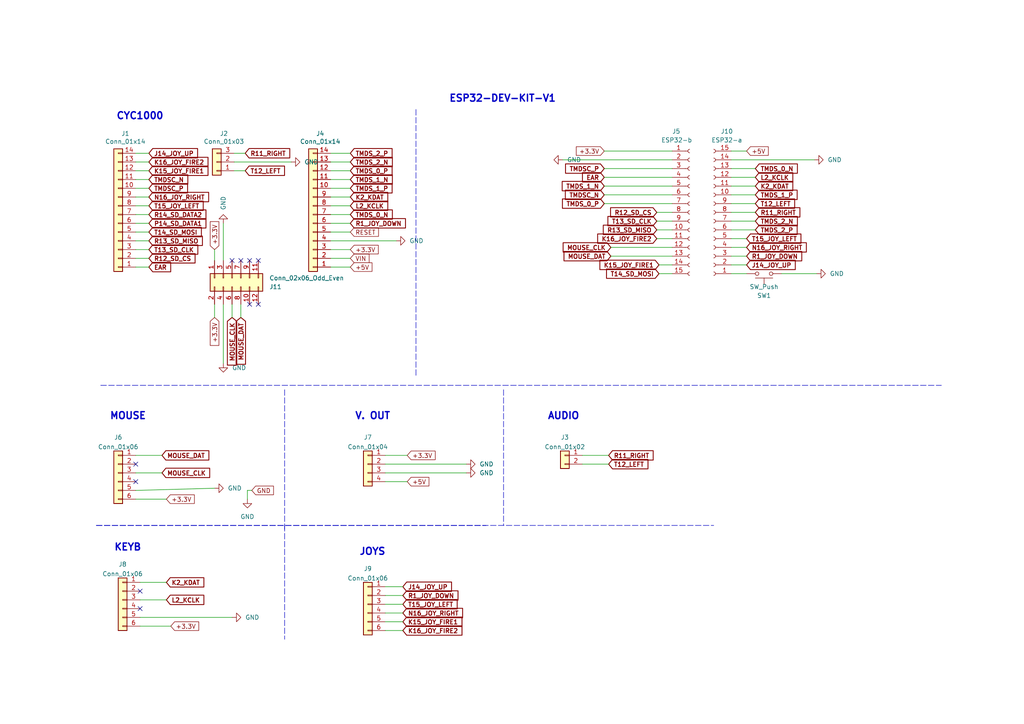
<source format=kicad_sch>
(kicad_sch (version 20211123) (generator eeschema)

  (uuid e63e39d7-6ac0-4ffd-8aa3-1841a4541b55)

  (paper "A4")

  (title_block
    (title "Atlas ESP32 DEV KIT V1 Adapter V0001")
    (date "2023-06-03")
    (rev "0001")
    (company "The Experiment Group")
    (comment 1 "LICENSE OHL CERN V2 S")
    (comment 2 "https://ohwr.org/cern_ohl_s_v2.txt")
  )

  (lib_symbols
    (symbol "Connector:Conn_01x15_Female" (pin_names (offset 1.016) hide) (in_bom yes) (on_board yes)
      (property "Reference" "J" (id 0) (at 0 20.32 0)
        (effects (font (size 1.27 1.27)))
      )
      (property "Value" "Conn_01x15_Female" (id 1) (at 0 -20.32 0)
        (effects (font (size 1.27 1.27)))
      )
      (property "Footprint" "" (id 2) (at 0 0 0)
        (effects (font (size 1.27 1.27)) hide)
      )
      (property "Datasheet" "~" (id 3) (at 0 0 0)
        (effects (font (size 1.27 1.27)) hide)
      )
      (property "ki_keywords" "connector" (id 4) (at 0 0 0)
        (effects (font (size 1.27 1.27)) hide)
      )
      (property "ki_description" "Generic connector, single row, 01x15, script generated (kicad-library-utils/schlib/autogen/connector/)" (id 5) (at 0 0 0)
        (effects (font (size 1.27 1.27)) hide)
      )
      (property "ki_fp_filters" "Connector*:*_1x??_*" (id 6) (at 0 0 0)
        (effects (font (size 1.27 1.27)) hide)
      )
      (symbol "Conn_01x15_Female_1_1"
        (arc (start 0 -17.272) (mid -0.508 -17.78) (end 0 -18.288)
          (stroke (width 0.1524) (type default) (color 0 0 0 0))
          (fill (type none))
        )
        (arc (start 0 -14.732) (mid -0.508 -15.24) (end 0 -15.748)
          (stroke (width 0.1524) (type default) (color 0 0 0 0))
          (fill (type none))
        )
        (arc (start 0 -12.192) (mid -0.508 -12.7) (end 0 -13.208)
          (stroke (width 0.1524) (type default) (color 0 0 0 0))
          (fill (type none))
        )
        (arc (start 0 -9.652) (mid -0.508 -10.16) (end 0 -10.668)
          (stroke (width 0.1524) (type default) (color 0 0 0 0))
          (fill (type none))
        )
        (arc (start 0 -7.112) (mid -0.508 -7.62) (end 0 -8.128)
          (stroke (width 0.1524) (type default) (color 0 0 0 0))
          (fill (type none))
        )
        (arc (start 0 -4.572) (mid -0.508 -5.08) (end 0 -5.588)
          (stroke (width 0.1524) (type default) (color 0 0 0 0))
          (fill (type none))
        )
        (arc (start 0 -2.032) (mid -0.508 -2.54) (end 0 -3.048)
          (stroke (width 0.1524) (type default) (color 0 0 0 0))
          (fill (type none))
        )
        (polyline
          (pts
            (xy -1.27 -17.78)
            (xy -0.508 -17.78)
          )
          (stroke (width 0.1524) (type default) (color 0 0 0 0))
          (fill (type none))
        )
        (polyline
          (pts
            (xy -1.27 -15.24)
            (xy -0.508 -15.24)
          )
          (stroke (width 0.1524) (type default) (color 0 0 0 0))
          (fill (type none))
        )
        (polyline
          (pts
            (xy -1.27 -12.7)
            (xy -0.508 -12.7)
          )
          (stroke (width 0.1524) (type default) (color 0 0 0 0))
          (fill (type none))
        )
        (polyline
          (pts
            (xy -1.27 -10.16)
            (xy -0.508 -10.16)
          )
          (stroke (width 0.1524) (type default) (color 0 0 0 0))
          (fill (type none))
        )
        (polyline
          (pts
            (xy -1.27 -7.62)
            (xy -0.508 -7.62)
          )
          (stroke (width 0.1524) (type default) (color 0 0 0 0))
          (fill (type none))
        )
        (polyline
          (pts
            (xy -1.27 -5.08)
            (xy -0.508 -5.08)
          )
          (stroke (width 0.1524) (type default) (color 0 0 0 0))
          (fill (type none))
        )
        (polyline
          (pts
            (xy -1.27 -2.54)
            (xy -0.508 -2.54)
          )
          (stroke (width 0.1524) (type default) (color 0 0 0 0))
          (fill (type none))
        )
        (polyline
          (pts
            (xy -1.27 0)
            (xy -0.508 0)
          )
          (stroke (width 0.1524) (type default) (color 0 0 0 0))
          (fill (type none))
        )
        (polyline
          (pts
            (xy -1.27 2.54)
            (xy -0.508 2.54)
          )
          (stroke (width 0.1524) (type default) (color 0 0 0 0))
          (fill (type none))
        )
        (polyline
          (pts
            (xy -1.27 5.08)
            (xy -0.508 5.08)
          )
          (stroke (width 0.1524) (type default) (color 0 0 0 0))
          (fill (type none))
        )
        (polyline
          (pts
            (xy -1.27 7.62)
            (xy -0.508 7.62)
          )
          (stroke (width 0.1524) (type default) (color 0 0 0 0))
          (fill (type none))
        )
        (polyline
          (pts
            (xy -1.27 10.16)
            (xy -0.508 10.16)
          )
          (stroke (width 0.1524) (type default) (color 0 0 0 0))
          (fill (type none))
        )
        (polyline
          (pts
            (xy -1.27 12.7)
            (xy -0.508 12.7)
          )
          (stroke (width 0.1524) (type default) (color 0 0 0 0))
          (fill (type none))
        )
        (polyline
          (pts
            (xy -1.27 15.24)
            (xy -0.508 15.24)
          )
          (stroke (width 0.1524) (type default) (color 0 0 0 0))
          (fill (type none))
        )
        (polyline
          (pts
            (xy -1.27 17.78)
            (xy -0.508 17.78)
          )
          (stroke (width 0.1524) (type default) (color 0 0 0 0))
          (fill (type none))
        )
        (arc (start 0 0.508) (mid -0.508 0) (end 0 -0.508)
          (stroke (width 0.1524) (type default) (color 0 0 0 0))
          (fill (type none))
        )
        (arc (start 0 3.048) (mid -0.508 2.54) (end 0 2.032)
          (stroke (width 0.1524) (type default) (color 0 0 0 0))
          (fill (type none))
        )
        (arc (start 0 5.588) (mid -0.508 5.08) (end 0 4.572)
          (stroke (width 0.1524) (type default) (color 0 0 0 0))
          (fill (type none))
        )
        (arc (start 0 8.128) (mid -0.508 7.62) (end 0 7.112)
          (stroke (width 0.1524) (type default) (color 0 0 0 0))
          (fill (type none))
        )
        (arc (start 0 10.668) (mid -0.508 10.16) (end 0 9.652)
          (stroke (width 0.1524) (type default) (color 0 0 0 0))
          (fill (type none))
        )
        (arc (start 0 13.208) (mid -0.508 12.7) (end 0 12.192)
          (stroke (width 0.1524) (type default) (color 0 0 0 0))
          (fill (type none))
        )
        (arc (start 0 15.748) (mid -0.508 15.24) (end 0 14.732)
          (stroke (width 0.1524) (type default) (color 0 0 0 0))
          (fill (type none))
        )
        (arc (start 0 18.288) (mid -0.508 17.78) (end 0 17.272)
          (stroke (width 0.1524) (type default) (color 0 0 0 0))
          (fill (type none))
        )
        (pin passive line (at -5.08 17.78 0) (length 3.81)
          (name "Pin_1" (effects (font (size 1.27 1.27))))
          (number "1" (effects (font (size 1.27 1.27))))
        )
        (pin passive line (at -5.08 -5.08 0) (length 3.81)
          (name "Pin_10" (effects (font (size 1.27 1.27))))
          (number "10" (effects (font (size 1.27 1.27))))
        )
        (pin passive line (at -5.08 -7.62 0) (length 3.81)
          (name "Pin_11" (effects (font (size 1.27 1.27))))
          (number "11" (effects (font (size 1.27 1.27))))
        )
        (pin passive line (at -5.08 -10.16 0) (length 3.81)
          (name "Pin_12" (effects (font (size 1.27 1.27))))
          (number "12" (effects (font (size 1.27 1.27))))
        )
        (pin passive line (at -5.08 -12.7 0) (length 3.81)
          (name "Pin_13" (effects (font (size 1.27 1.27))))
          (number "13" (effects (font (size 1.27 1.27))))
        )
        (pin passive line (at -5.08 -15.24 0) (length 3.81)
          (name "Pin_14" (effects (font (size 1.27 1.27))))
          (number "14" (effects (font (size 1.27 1.27))))
        )
        (pin passive line (at -5.08 -17.78 0) (length 3.81)
          (name "Pin_15" (effects (font (size 1.27 1.27))))
          (number "15" (effects (font (size 1.27 1.27))))
        )
        (pin passive line (at -5.08 15.24 0) (length 3.81)
          (name "Pin_2" (effects (font (size 1.27 1.27))))
          (number "2" (effects (font (size 1.27 1.27))))
        )
        (pin passive line (at -5.08 12.7 0) (length 3.81)
          (name "Pin_3" (effects (font (size 1.27 1.27))))
          (number "3" (effects (font (size 1.27 1.27))))
        )
        (pin passive line (at -5.08 10.16 0) (length 3.81)
          (name "Pin_4" (effects (font (size 1.27 1.27))))
          (number "4" (effects (font (size 1.27 1.27))))
        )
        (pin passive line (at -5.08 7.62 0) (length 3.81)
          (name "Pin_5" (effects (font (size 1.27 1.27))))
          (number "5" (effects (font (size 1.27 1.27))))
        )
        (pin passive line (at -5.08 5.08 0) (length 3.81)
          (name "Pin_6" (effects (font (size 1.27 1.27))))
          (number "6" (effects (font (size 1.27 1.27))))
        )
        (pin passive line (at -5.08 2.54 0) (length 3.81)
          (name "Pin_7" (effects (font (size 1.27 1.27))))
          (number "7" (effects (font (size 1.27 1.27))))
        )
        (pin passive line (at -5.08 0 0) (length 3.81)
          (name "Pin_8" (effects (font (size 1.27 1.27))))
          (number "8" (effects (font (size 1.27 1.27))))
        )
        (pin passive line (at -5.08 -2.54 0) (length 3.81)
          (name "Pin_9" (effects (font (size 1.27 1.27))))
          (number "9" (effects (font (size 1.27 1.27))))
        )
      )
    )
    (symbol "Connector_Generic:Conn_01x02" (pin_names (offset 1.016) hide) (in_bom yes) (on_board yes)
      (property "Reference" "J" (id 0) (at 0 2.54 0)
        (effects (font (size 1.27 1.27)))
      )
      (property "Value" "Conn_01x02" (id 1) (at 0 -5.08 0)
        (effects (font (size 1.27 1.27)))
      )
      (property "Footprint" "" (id 2) (at 0 0 0)
        (effects (font (size 1.27 1.27)) hide)
      )
      (property "Datasheet" "~" (id 3) (at 0 0 0)
        (effects (font (size 1.27 1.27)) hide)
      )
      (property "ki_keywords" "connector" (id 4) (at 0 0 0)
        (effects (font (size 1.27 1.27)) hide)
      )
      (property "ki_description" "Generic connector, single row, 01x02, script generated (kicad-library-utils/schlib/autogen/connector/)" (id 5) (at 0 0 0)
        (effects (font (size 1.27 1.27)) hide)
      )
      (property "ki_fp_filters" "Connector*:*_1x??_*" (id 6) (at 0 0 0)
        (effects (font (size 1.27 1.27)) hide)
      )
      (symbol "Conn_01x02_1_1"
        (rectangle (start -1.27 -2.413) (end 0 -2.667)
          (stroke (width 0.1524) (type default) (color 0 0 0 0))
          (fill (type none))
        )
        (rectangle (start -1.27 0.127) (end 0 -0.127)
          (stroke (width 0.1524) (type default) (color 0 0 0 0))
          (fill (type none))
        )
        (rectangle (start -1.27 1.27) (end 1.27 -3.81)
          (stroke (width 0.254) (type default) (color 0 0 0 0))
          (fill (type background))
        )
        (pin passive line (at -5.08 0 0) (length 3.81)
          (name "Pin_1" (effects (font (size 1.27 1.27))))
          (number "1" (effects (font (size 1.27 1.27))))
        )
        (pin passive line (at -5.08 -2.54 0) (length 3.81)
          (name "Pin_2" (effects (font (size 1.27 1.27))))
          (number "2" (effects (font (size 1.27 1.27))))
        )
      )
    )
    (symbol "Connector_Generic:Conn_01x03" (pin_names (offset 1.016) hide) (in_bom yes) (on_board yes)
      (property "Reference" "J" (id 0) (at 0 5.08 0)
        (effects (font (size 1.27 1.27)))
      )
      (property "Value" "Conn_01x03" (id 1) (at 0 -5.08 0)
        (effects (font (size 1.27 1.27)))
      )
      (property "Footprint" "" (id 2) (at 0 0 0)
        (effects (font (size 1.27 1.27)) hide)
      )
      (property "Datasheet" "~" (id 3) (at 0 0 0)
        (effects (font (size 1.27 1.27)) hide)
      )
      (property "ki_keywords" "connector" (id 4) (at 0 0 0)
        (effects (font (size 1.27 1.27)) hide)
      )
      (property "ki_description" "Generic connector, single row, 01x03, script generated (kicad-library-utils/schlib/autogen/connector/)" (id 5) (at 0 0 0)
        (effects (font (size 1.27 1.27)) hide)
      )
      (property "ki_fp_filters" "Connector*:*_1x??_*" (id 6) (at 0 0 0)
        (effects (font (size 1.27 1.27)) hide)
      )
      (symbol "Conn_01x03_1_1"
        (rectangle (start -1.27 -2.413) (end 0 -2.667)
          (stroke (width 0.1524) (type default) (color 0 0 0 0))
          (fill (type none))
        )
        (rectangle (start -1.27 0.127) (end 0 -0.127)
          (stroke (width 0.1524) (type default) (color 0 0 0 0))
          (fill (type none))
        )
        (rectangle (start -1.27 2.667) (end 0 2.413)
          (stroke (width 0.1524) (type default) (color 0 0 0 0))
          (fill (type none))
        )
        (rectangle (start -1.27 3.81) (end 1.27 -3.81)
          (stroke (width 0.254) (type default) (color 0 0 0 0))
          (fill (type background))
        )
        (pin passive line (at -5.08 2.54 0) (length 3.81)
          (name "Pin_1" (effects (font (size 1.27 1.27))))
          (number "1" (effects (font (size 1.27 1.27))))
        )
        (pin passive line (at -5.08 0 0) (length 3.81)
          (name "Pin_2" (effects (font (size 1.27 1.27))))
          (number "2" (effects (font (size 1.27 1.27))))
        )
        (pin passive line (at -5.08 -2.54 0) (length 3.81)
          (name "Pin_3" (effects (font (size 1.27 1.27))))
          (number "3" (effects (font (size 1.27 1.27))))
        )
      )
    )
    (symbol "Connector_Generic:Conn_01x04" (pin_names (offset 1.016) hide) (in_bom yes) (on_board yes)
      (property "Reference" "J" (id 0) (at 0 5.08 0)
        (effects (font (size 1.27 1.27)))
      )
      (property "Value" "Conn_01x04" (id 1) (at 0 -7.62 0)
        (effects (font (size 1.27 1.27)))
      )
      (property "Footprint" "" (id 2) (at 0 0 0)
        (effects (font (size 1.27 1.27)) hide)
      )
      (property "Datasheet" "~" (id 3) (at 0 0 0)
        (effects (font (size 1.27 1.27)) hide)
      )
      (property "ki_keywords" "connector" (id 4) (at 0 0 0)
        (effects (font (size 1.27 1.27)) hide)
      )
      (property "ki_description" "Generic connector, single row, 01x04, script generated (kicad-library-utils/schlib/autogen/connector/)" (id 5) (at 0 0 0)
        (effects (font (size 1.27 1.27)) hide)
      )
      (property "ki_fp_filters" "Connector*:*_1x??_*" (id 6) (at 0 0 0)
        (effects (font (size 1.27 1.27)) hide)
      )
      (symbol "Conn_01x04_1_1"
        (rectangle (start -1.27 -4.953) (end 0 -5.207)
          (stroke (width 0.1524) (type default) (color 0 0 0 0))
          (fill (type none))
        )
        (rectangle (start -1.27 -2.413) (end 0 -2.667)
          (stroke (width 0.1524) (type default) (color 0 0 0 0))
          (fill (type none))
        )
        (rectangle (start -1.27 0.127) (end 0 -0.127)
          (stroke (width 0.1524) (type default) (color 0 0 0 0))
          (fill (type none))
        )
        (rectangle (start -1.27 2.667) (end 0 2.413)
          (stroke (width 0.1524) (type default) (color 0 0 0 0))
          (fill (type none))
        )
        (rectangle (start -1.27 3.81) (end 1.27 -6.35)
          (stroke (width 0.254) (type default) (color 0 0 0 0))
          (fill (type background))
        )
        (pin passive line (at -5.08 2.54 0) (length 3.81)
          (name "Pin_1" (effects (font (size 1.27 1.27))))
          (number "1" (effects (font (size 1.27 1.27))))
        )
        (pin passive line (at -5.08 0 0) (length 3.81)
          (name "Pin_2" (effects (font (size 1.27 1.27))))
          (number "2" (effects (font (size 1.27 1.27))))
        )
        (pin passive line (at -5.08 -2.54 0) (length 3.81)
          (name "Pin_3" (effects (font (size 1.27 1.27))))
          (number "3" (effects (font (size 1.27 1.27))))
        )
        (pin passive line (at -5.08 -5.08 0) (length 3.81)
          (name "Pin_4" (effects (font (size 1.27 1.27))))
          (number "4" (effects (font (size 1.27 1.27))))
        )
      )
    )
    (symbol "Connector_Generic:Conn_01x06" (pin_names (offset 1.016) hide) (in_bom yes) (on_board yes)
      (property "Reference" "J" (id 0) (at 0 7.62 0)
        (effects (font (size 1.27 1.27)))
      )
      (property "Value" "Conn_01x06" (id 1) (at 0 -10.16 0)
        (effects (font (size 1.27 1.27)))
      )
      (property "Footprint" "" (id 2) (at 0 0 0)
        (effects (font (size 1.27 1.27)) hide)
      )
      (property "Datasheet" "~" (id 3) (at 0 0 0)
        (effects (font (size 1.27 1.27)) hide)
      )
      (property "ki_keywords" "connector" (id 4) (at 0 0 0)
        (effects (font (size 1.27 1.27)) hide)
      )
      (property "ki_description" "Generic connector, single row, 01x06, script generated (kicad-library-utils/schlib/autogen/connector/)" (id 5) (at 0 0 0)
        (effects (font (size 1.27 1.27)) hide)
      )
      (property "ki_fp_filters" "Connector*:*_1x??_*" (id 6) (at 0 0 0)
        (effects (font (size 1.27 1.27)) hide)
      )
      (symbol "Conn_01x06_1_1"
        (rectangle (start -1.27 -7.493) (end 0 -7.747)
          (stroke (width 0.1524) (type default) (color 0 0 0 0))
          (fill (type none))
        )
        (rectangle (start -1.27 -4.953) (end 0 -5.207)
          (stroke (width 0.1524) (type default) (color 0 0 0 0))
          (fill (type none))
        )
        (rectangle (start -1.27 -2.413) (end 0 -2.667)
          (stroke (width 0.1524) (type default) (color 0 0 0 0))
          (fill (type none))
        )
        (rectangle (start -1.27 0.127) (end 0 -0.127)
          (stroke (width 0.1524) (type default) (color 0 0 0 0))
          (fill (type none))
        )
        (rectangle (start -1.27 2.667) (end 0 2.413)
          (stroke (width 0.1524) (type default) (color 0 0 0 0))
          (fill (type none))
        )
        (rectangle (start -1.27 5.207) (end 0 4.953)
          (stroke (width 0.1524) (type default) (color 0 0 0 0))
          (fill (type none))
        )
        (rectangle (start -1.27 6.35) (end 1.27 -8.89)
          (stroke (width 0.254) (type default) (color 0 0 0 0))
          (fill (type background))
        )
        (pin passive line (at -5.08 5.08 0) (length 3.81)
          (name "Pin_1" (effects (font (size 1.27 1.27))))
          (number "1" (effects (font (size 1.27 1.27))))
        )
        (pin passive line (at -5.08 2.54 0) (length 3.81)
          (name "Pin_2" (effects (font (size 1.27 1.27))))
          (number "2" (effects (font (size 1.27 1.27))))
        )
        (pin passive line (at -5.08 0 0) (length 3.81)
          (name "Pin_3" (effects (font (size 1.27 1.27))))
          (number "3" (effects (font (size 1.27 1.27))))
        )
        (pin passive line (at -5.08 -2.54 0) (length 3.81)
          (name "Pin_4" (effects (font (size 1.27 1.27))))
          (number "4" (effects (font (size 1.27 1.27))))
        )
        (pin passive line (at -5.08 -5.08 0) (length 3.81)
          (name "Pin_5" (effects (font (size 1.27 1.27))))
          (number "5" (effects (font (size 1.27 1.27))))
        )
        (pin passive line (at -5.08 -7.62 0) (length 3.81)
          (name "Pin_6" (effects (font (size 1.27 1.27))))
          (number "6" (effects (font (size 1.27 1.27))))
        )
      )
    )
    (symbol "Connector_Generic:Conn_01x14" (pin_names (offset 1.016) hide) (in_bom yes) (on_board yes)
      (property "Reference" "J" (id 0) (at 0 17.78 0)
        (effects (font (size 1.27 1.27)))
      )
      (property "Value" "Conn_01x14" (id 1) (at 0 -20.32 0)
        (effects (font (size 1.27 1.27)))
      )
      (property "Footprint" "" (id 2) (at 0 0 0)
        (effects (font (size 1.27 1.27)) hide)
      )
      (property "Datasheet" "~" (id 3) (at 0 0 0)
        (effects (font (size 1.27 1.27)) hide)
      )
      (property "ki_keywords" "connector" (id 4) (at 0 0 0)
        (effects (font (size 1.27 1.27)) hide)
      )
      (property "ki_description" "Generic connector, single row, 01x14, script generated (kicad-library-utils/schlib/autogen/connector/)" (id 5) (at 0 0 0)
        (effects (font (size 1.27 1.27)) hide)
      )
      (property "ki_fp_filters" "Connector*:*_1x??_*" (id 6) (at 0 0 0)
        (effects (font (size 1.27 1.27)) hide)
      )
      (symbol "Conn_01x14_1_1"
        (rectangle (start -1.27 -17.653) (end 0 -17.907)
          (stroke (width 0.1524) (type default) (color 0 0 0 0))
          (fill (type none))
        )
        (rectangle (start -1.27 -15.113) (end 0 -15.367)
          (stroke (width 0.1524) (type default) (color 0 0 0 0))
          (fill (type none))
        )
        (rectangle (start -1.27 -12.573) (end 0 -12.827)
          (stroke (width 0.1524) (type default) (color 0 0 0 0))
          (fill (type none))
        )
        (rectangle (start -1.27 -10.033) (end 0 -10.287)
          (stroke (width 0.1524) (type default) (color 0 0 0 0))
          (fill (type none))
        )
        (rectangle (start -1.27 -7.493) (end 0 -7.747)
          (stroke (width 0.1524) (type default) (color 0 0 0 0))
          (fill (type none))
        )
        (rectangle (start -1.27 -4.953) (end 0 -5.207)
          (stroke (width 0.1524) (type default) (color 0 0 0 0))
          (fill (type none))
        )
        (rectangle (start -1.27 -2.413) (end 0 -2.667)
          (stroke (width 0.1524) (type default) (color 0 0 0 0))
          (fill (type none))
        )
        (rectangle (start -1.27 0.127) (end 0 -0.127)
          (stroke (width 0.1524) (type default) (color 0 0 0 0))
          (fill (type none))
        )
        (rectangle (start -1.27 2.667) (end 0 2.413)
          (stroke (width 0.1524) (type default) (color 0 0 0 0))
          (fill (type none))
        )
        (rectangle (start -1.27 5.207) (end 0 4.953)
          (stroke (width 0.1524) (type default) (color 0 0 0 0))
          (fill (type none))
        )
        (rectangle (start -1.27 7.747) (end 0 7.493)
          (stroke (width 0.1524) (type default) (color 0 0 0 0))
          (fill (type none))
        )
        (rectangle (start -1.27 10.287) (end 0 10.033)
          (stroke (width 0.1524) (type default) (color 0 0 0 0))
          (fill (type none))
        )
        (rectangle (start -1.27 12.827) (end 0 12.573)
          (stroke (width 0.1524) (type default) (color 0 0 0 0))
          (fill (type none))
        )
        (rectangle (start -1.27 15.367) (end 0 15.113)
          (stroke (width 0.1524) (type default) (color 0 0 0 0))
          (fill (type none))
        )
        (rectangle (start -1.27 16.51) (end 1.27 -19.05)
          (stroke (width 0.254) (type default) (color 0 0 0 0))
          (fill (type background))
        )
        (pin passive line (at -5.08 15.24 0) (length 3.81)
          (name "Pin_1" (effects (font (size 1.27 1.27))))
          (number "1" (effects (font (size 1.27 1.27))))
        )
        (pin passive line (at -5.08 -7.62 0) (length 3.81)
          (name "Pin_10" (effects (font (size 1.27 1.27))))
          (number "10" (effects (font (size 1.27 1.27))))
        )
        (pin passive line (at -5.08 -10.16 0) (length 3.81)
          (name "Pin_11" (effects (font (size 1.27 1.27))))
          (number "11" (effects (font (size 1.27 1.27))))
        )
        (pin passive line (at -5.08 -12.7 0) (length 3.81)
          (name "Pin_12" (effects (font (size 1.27 1.27))))
          (number "12" (effects (font (size 1.27 1.27))))
        )
        (pin passive line (at -5.08 -15.24 0) (length 3.81)
          (name "Pin_13" (effects (font (size 1.27 1.27))))
          (number "13" (effects (font (size 1.27 1.27))))
        )
        (pin passive line (at -5.08 -17.78 0) (length 3.81)
          (name "Pin_14" (effects (font (size 1.27 1.27))))
          (number "14" (effects (font (size 1.27 1.27))))
        )
        (pin passive line (at -5.08 12.7 0) (length 3.81)
          (name "Pin_2" (effects (font (size 1.27 1.27))))
          (number "2" (effects (font (size 1.27 1.27))))
        )
        (pin passive line (at -5.08 10.16 0) (length 3.81)
          (name "Pin_3" (effects (font (size 1.27 1.27))))
          (number "3" (effects (font (size 1.27 1.27))))
        )
        (pin passive line (at -5.08 7.62 0) (length 3.81)
          (name "Pin_4" (effects (font (size 1.27 1.27))))
          (number "4" (effects (font (size 1.27 1.27))))
        )
        (pin passive line (at -5.08 5.08 0) (length 3.81)
          (name "Pin_5" (effects (font (size 1.27 1.27))))
          (number "5" (effects (font (size 1.27 1.27))))
        )
        (pin passive line (at -5.08 2.54 0) (length 3.81)
          (name "Pin_6" (effects (font (size 1.27 1.27))))
          (number "6" (effects (font (size 1.27 1.27))))
        )
        (pin passive line (at -5.08 0 0) (length 3.81)
          (name "Pin_7" (effects (font (size 1.27 1.27))))
          (number "7" (effects (font (size 1.27 1.27))))
        )
        (pin passive line (at -5.08 -2.54 0) (length 3.81)
          (name "Pin_8" (effects (font (size 1.27 1.27))))
          (number "8" (effects (font (size 1.27 1.27))))
        )
        (pin passive line (at -5.08 -5.08 0) (length 3.81)
          (name "Pin_9" (effects (font (size 1.27 1.27))))
          (number "9" (effects (font (size 1.27 1.27))))
        )
      )
    )
    (symbol "Connector_Generic:Conn_02x06_Odd_Even" (pin_names (offset 1.016) hide) (in_bom yes) (on_board yes)
      (property "Reference" "J" (id 0) (at 1.27 7.62 0)
        (effects (font (size 1.27 1.27)))
      )
      (property "Value" "Conn_02x06_Odd_Even" (id 1) (at 1.27 -10.16 0)
        (effects (font (size 1.27 1.27)))
      )
      (property "Footprint" "" (id 2) (at 0 0 0)
        (effects (font (size 1.27 1.27)) hide)
      )
      (property "Datasheet" "~" (id 3) (at 0 0 0)
        (effects (font (size 1.27 1.27)) hide)
      )
      (property "ki_keywords" "connector" (id 4) (at 0 0 0)
        (effects (font (size 1.27 1.27)) hide)
      )
      (property "ki_description" "Generic connector, double row, 02x06, odd/even pin numbering scheme (row 1 odd numbers, row 2 even numbers), script generated (kicad-library-utils/schlib/autogen/connector/)" (id 5) (at 0 0 0)
        (effects (font (size 1.27 1.27)) hide)
      )
      (property "ki_fp_filters" "Connector*:*_2x??_*" (id 6) (at 0 0 0)
        (effects (font (size 1.27 1.27)) hide)
      )
      (symbol "Conn_02x06_Odd_Even_1_1"
        (rectangle (start -1.27 -7.493) (end 0 -7.747)
          (stroke (width 0.1524) (type default) (color 0 0 0 0))
          (fill (type none))
        )
        (rectangle (start -1.27 -4.953) (end 0 -5.207)
          (stroke (width 0.1524) (type default) (color 0 0 0 0))
          (fill (type none))
        )
        (rectangle (start -1.27 -2.413) (end 0 -2.667)
          (stroke (width 0.1524) (type default) (color 0 0 0 0))
          (fill (type none))
        )
        (rectangle (start -1.27 0.127) (end 0 -0.127)
          (stroke (width 0.1524) (type default) (color 0 0 0 0))
          (fill (type none))
        )
        (rectangle (start -1.27 2.667) (end 0 2.413)
          (stroke (width 0.1524) (type default) (color 0 0 0 0))
          (fill (type none))
        )
        (rectangle (start -1.27 5.207) (end 0 4.953)
          (stroke (width 0.1524) (type default) (color 0 0 0 0))
          (fill (type none))
        )
        (rectangle (start -1.27 6.35) (end 3.81 -8.89)
          (stroke (width 0.254) (type default) (color 0 0 0 0))
          (fill (type background))
        )
        (rectangle (start 3.81 -7.493) (end 2.54 -7.747)
          (stroke (width 0.1524) (type default) (color 0 0 0 0))
          (fill (type none))
        )
        (rectangle (start 3.81 -4.953) (end 2.54 -5.207)
          (stroke (width 0.1524) (type default) (color 0 0 0 0))
          (fill (type none))
        )
        (rectangle (start 3.81 -2.413) (end 2.54 -2.667)
          (stroke (width 0.1524) (type default) (color 0 0 0 0))
          (fill (type none))
        )
        (rectangle (start 3.81 0.127) (end 2.54 -0.127)
          (stroke (width 0.1524) (type default) (color 0 0 0 0))
          (fill (type none))
        )
        (rectangle (start 3.81 2.667) (end 2.54 2.413)
          (stroke (width 0.1524) (type default) (color 0 0 0 0))
          (fill (type none))
        )
        (rectangle (start 3.81 5.207) (end 2.54 4.953)
          (stroke (width 0.1524) (type default) (color 0 0 0 0))
          (fill (type none))
        )
        (pin passive line (at -5.08 5.08 0) (length 3.81)
          (name "Pin_1" (effects (font (size 1.27 1.27))))
          (number "1" (effects (font (size 1.27 1.27))))
        )
        (pin passive line (at 7.62 -5.08 180) (length 3.81)
          (name "Pin_10" (effects (font (size 1.27 1.27))))
          (number "10" (effects (font (size 1.27 1.27))))
        )
        (pin passive line (at -5.08 -7.62 0) (length 3.81)
          (name "Pin_11" (effects (font (size 1.27 1.27))))
          (number "11" (effects (font (size 1.27 1.27))))
        )
        (pin passive line (at 7.62 -7.62 180) (length 3.81)
          (name "Pin_12" (effects (font (size 1.27 1.27))))
          (number "12" (effects (font (size 1.27 1.27))))
        )
        (pin passive line (at 7.62 5.08 180) (length 3.81)
          (name "Pin_2" (effects (font (size 1.27 1.27))))
          (number "2" (effects (font (size 1.27 1.27))))
        )
        (pin passive line (at -5.08 2.54 0) (length 3.81)
          (name "Pin_3" (effects (font (size 1.27 1.27))))
          (number "3" (effects (font (size 1.27 1.27))))
        )
        (pin passive line (at 7.62 2.54 180) (length 3.81)
          (name "Pin_4" (effects (font (size 1.27 1.27))))
          (number "4" (effects (font (size 1.27 1.27))))
        )
        (pin passive line (at -5.08 0 0) (length 3.81)
          (name "Pin_5" (effects (font (size 1.27 1.27))))
          (number "5" (effects (font (size 1.27 1.27))))
        )
        (pin passive line (at 7.62 0 180) (length 3.81)
          (name "Pin_6" (effects (font (size 1.27 1.27))))
          (number "6" (effects (font (size 1.27 1.27))))
        )
        (pin passive line (at -5.08 -2.54 0) (length 3.81)
          (name "Pin_7" (effects (font (size 1.27 1.27))))
          (number "7" (effects (font (size 1.27 1.27))))
        )
        (pin passive line (at 7.62 -2.54 180) (length 3.81)
          (name "Pin_8" (effects (font (size 1.27 1.27))))
          (number "8" (effects (font (size 1.27 1.27))))
        )
        (pin passive line (at -5.08 -5.08 0) (length 3.81)
          (name "Pin_9" (effects (font (size 1.27 1.27))))
          (number "9" (effects (font (size 1.27 1.27))))
        )
      )
    )
    (symbol "Switch:SW_Push" (pin_numbers hide) (pin_names (offset 1.016) hide) (in_bom yes) (on_board yes)
      (property "Reference" "SW" (id 0) (at 1.27 2.54 0)
        (effects (font (size 1.27 1.27)) (justify left))
      )
      (property "Value" "SW_Push" (id 1) (at 0 -1.524 0)
        (effects (font (size 1.27 1.27)))
      )
      (property "Footprint" "" (id 2) (at 0 5.08 0)
        (effects (font (size 1.27 1.27)) hide)
      )
      (property "Datasheet" "~" (id 3) (at 0 5.08 0)
        (effects (font (size 1.27 1.27)) hide)
      )
      (property "ki_keywords" "switch normally-open pushbutton push-button" (id 4) (at 0 0 0)
        (effects (font (size 1.27 1.27)) hide)
      )
      (property "ki_description" "Push button switch, generic, two pins" (id 5) (at 0 0 0)
        (effects (font (size 1.27 1.27)) hide)
      )
      (symbol "SW_Push_0_1"
        (circle (center -2.032 0) (radius 0.508)
          (stroke (width 0) (type default) (color 0 0 0 0))
          (fill (type none))
        )
        (polyline
          (pts
            (xy 0 1.27)
            (xy 0 3.048)
          )
          (stroke (width 0) (type default) (color 0 0 0 0))
          (fill (type none))
        )
        (polyline
          (pts
            (xy 2.54 1.27)
            (xy -2.54 1.27)
          )
          (stroke (width 0) (type default) (color 0 0 0 0))
          (fill (type none))
        )
        (circle (center 2.032 0) (radius 0.508)
          (stroke (width 0) (type default) (color 0 0 0 0))
          (fill (type none))
        )
        (pin passive line (at -5.08 0 0) (length 2.54)
          (name "1" (effects (font (size 1.27 1.27))))
          (number "1" (effects (font (size 1.27 1.27))))
        )
        (pin passive line (at 5.08 0 180) (length 2.54)
          (name "2" (effects (font (size 1.27 1.27))))
          (number "2" (effects (font (size 1.27 1.27))))
        )
      )
    )
    (symbol "power:GND" (power) (pin_names (offset 0)) (in_bom yes) (on_board yes)
      (property "Reference" "#PWR" (id 0) (at 0 -6.35 0)
        (effects (font (size 1.27 1.27)) hide)
      )
      (property "Value" "GND" (id 1) (at 0 -3.81 0)
        (effects (font (size 1.27 1.27)))
      )
      (property "Footprint" "" (id 2) (at 0 0 0)
        (effects (font (size 1.27 1.27)) hide)
      )
      (property "Datasheet" "" (id 3) (at 0 0 0)
        (effects (font (size 1.27 1.27)) hide)
      )
      (property "ki_keywords" "global power" (id 4) (at 0 0 0)
        (effects (font (size 1.27 1.27)) hide)
      )
      (property "ki_description" "Power symbol creates a global label with name \"GND\" , ground" (id 5) (at 0 0 0)
        (effects (font (size 1.27 1.27)) hide)
      )
      (symbol "GND_0_1"
        (polyline
          (pts
            (xy 0 0)
            (xy 0 -1.27)
            (xy 1.27 -1.27)
            (xy 0 -2.54)
            (xy -1.27 -1.27)
            (xy 0 -1.27)
          )
          (stroke (width 0) (type default) (color 0 0 0 0))
          (fill (type none))
        )
      )
      (symbol "GND_1_1"
        (pin power_in line (at 0 0 270) (length 0) hide
          (name "GND" (effects (font (size 1.27 1.27))))
          (number "1" (effects (font (size 1.27 1.27))))
        )
      )
    )
  )


  (no_connect (at 72.39 88.265) (uuid 111502d3-bc4d-4c1c-8080-dca0e817f1c9))
  (no_connect (at 67.31 75.565) (uuid 253c03d4-f5f3-4d96-a1f6-25a3192db621))
  (no_connect (at 72.39 75.565) (uuid 4984d990-bf68-45fe-a1e7-29a427c19cd1))
  (no_connect (at 39.37 134.62) (uuid 6b9cdc51-fb41-43d3-89ed-207c225d9a4d))
  (no_connect (at 39.37 139.7) (uuid 6b9cdc51-fb41-43d3-89ed-207c225d9a4e))
  (no_connect (at 74.93 88.265) (uuid 8e190700-09f3-425d-b8b0-1e01b71238a4))
  (no_connect (at 40.64 171.45) (uuid a23b33eb-dec5-42a0-a954-7af99bc992ed))
  (no_connect (at 74.93 75.565) (uuid d4fc3f49-7257-4a58-a468-feb94ddbf5cc))
  (no_connect (at 69.85 75.565) (uuid d91c0830-751b-4673-954e-a68ebe38cd04))
  (no_connect (at 40.64 176.53) (uuid dbc440e0-a6ca-4845-8268-64fd301b902d))

  (wire (pts (xy 190.5 66.675) (xy 194.945 66.675))
    (stroke (width 0) (type default) (color 0 0 0 0))
    (uuid 00c06e1f-e39d-48bb-a0ab-3092128a438d)
  )
  (wire (pts (xy 101.6 74.93) (xy 95.885 74.93))
    (stroke (width 0) (type default) (color 0 0 0 0))
    (uuid 038e9792-bbbd-4d6a-ad41-0356a4fa93a7)
  )
  (wire (pts (xy 175.26 51.435) (xy 194.945 51.435))
    (stroke (width 0) (type default) (color 0 0 0 0))
    (uuid 09d12ea9-b9e2-4a19-88a4-1275264559ae)
  )
  (wire (pts (xy 43.18 72.39) (xy 39.37 72.39))
    (stroke (width 0) (type default) (color 0 0 0 0))
    (uuid 0a0fd5be-e7b2-43ae-9195-9d5873c1bab6)
  )
  (wire (pts (xy 219.075 56.515) (xy 212.09 56.515))
    (stroke (width 0) (type default) (color 0 0 0 0))
    (uuid 0dabea4f-68d2-4f7e-a724-f66293d5f6ed)
  )
  (wire (pts (xy 111.76 139.7) (xy 118.11 139.7))
    (stroke (width 0) (type default) (color 0 0 0 0))
    (uuid 103b1e01-3d39-4a78-967b-eefba89244a8)
  )
  (wire (pts (xy 40.64 181.61) (xy 49.53 181.61))
    (stroke (width 0) (type default) (color 0 0 0 0))
    (uuid 1071197f-2a7a-4b35-82fa-f82de863eebe)
  )
  (wire (pts (xy 219.075 51.435) (xy 212.09 51.435))
    (stroke (width 0) (type default) (color 0 0 0 0))
    (uuid 11b23d43-8011-4cc9-b5fd-d9aaeaf16137)
  )
  (wire (pts (xy 39.37 67.31) (xy 43.18 67.31))
    (stroke (width 0) (type default) (color 0 0 0 0))
    (uuid 18ea3245-215a-4186-bfd3-103d2b826964)
  )
  (wire (pts (xy 219.075 53.975) (xy 212.09 53.975))
    (stroke (width 0) (type default) (color 0 0 0 0))
    (uuid 21e11c51-515a-4d19-b852-de086cffb3a8)
  )
  (wire (pts (xy 175.26 56.515) (xy 194.945 56.515))
    (stroke (width 0) (type default) (color 0 0 0 0))
    (uuid 25a9ac0d-85d1-49ad-8912-836ca939d1de)
  )
  (wire (pts (xy 175.26 48.895) (xy 194.945 48.895))
    (stroke (width 0) (type default) (color 0 0 0 0))
    (uuid 2757aef7-8120-4457-b9f0-f642318a03f6)
  )
  (wire (pts (xy 67.31 179.07) (xy 40.64 179.07))
    (stroke (width 0) (type default) (color 0 0 0 0))
    (uuid 296b4180-774a-43a6-8acd-d015c5fc10fb)
  )
  (wire (pts (xy 95.885 46.99) (xy 101.6 46.99))
    (stroke (width 0) (type default) (color 0 0 0 0))
    (uuid 2a87db75-06c1-42be-8ebe-b406cb7d5e92)
  )
  (wire (pts (xy 190.5 64.135) (xy 194.945 64.135))
    (stroke (width 0) (type default) (color 0 0 0 0))
    (uuid 2b238fd0-52a1-4260-a763-abe45e6b6e68)
  )
  (wire (pts (xy 39.37 44.45) (xy 43.18 44.45))
    (stroke (width 0) (type default) (color 0 0 0 0))
    (uuid 2b9d82dc-960e-4ccd-884e-5d8ee0b642eb)
  )
  (wire (pts (xy 39.37 57.15) (xy 43.18 57.15))
    (stroke (width 0) (type default) (color 0 0 0 0))
    (uuid 2bfa8f8d-cc33-4fca-be0b-891466c4dc5e)
  )
  (wire (pts (xy 95.885 54.61) (xy 101.6 54.61))
    (stroke (width 0) (type default) (color 0 0 0 0))
    (uuid 2dcff979-8e88-4387-9cce-d89792aa9b6b)
  )
  (wire (pts (xy 111.76 170.18) (xy 116.84 170.18))
    (stroke (width 0) (type default) (color 0 0 0 0))
    (uuid 2e2660b3-5efc-40b2-b674-ddba59c846e3)
  )
  (wire (pts (xy 39.37 74.93) (xy 43.18 74.93))
    (stroke (width 0) (type default) (color 0 0 0 0))
    (uuid 316d1ce4-a05b-435e-9135-3983d49264ca)
  )
  (wire (pts (xy 40.64 168.91) (xy 48.26 168.91))
    (stroke (width 0) (type default) (color 0 0 0 0))
    (uuid 32481892-a448-4b23-9b38-1037047254b4)
  )
  (wire (pts (xy 177.165 71.755) (xy 194.945 71.755))
    (stroke (width 0) (type default) (color 0 0 0 0))
    (uuid 363f5ff1-d6ce-4c38-92a4-7e0361f51377)
  )
  (wire (pts (xy 95.885 52.07) (xy 101.6 52.07))
    (stroke (width 0) (type default) (color 0 0 0 0))
    (uuid 367c86df-c904-4b5a-911a-b1928e1c33ea)
  )
  (wire (pts (xy 111.76 172.72) (xy 116.84 172.72))
    (stroke (width 0) (type default) (color 0 0 0 0))
    (uuid 3734a74d-04d2-4c4c-a336-885671673714)
  )
  (wire (pts (xy 219.075 59.055) (xy 212.09 59.055))
    (stroke (width 0) (type default) (color 0 0 0 0))
    (uuid 37c14f1d-7a58-4c5c-9eaf-e8e7d77cb4cb)
  )
  (wire (pts (xy 190.5 69.215) (xy 194.945 69.215))
    (stroke (width 0) (type default) (color 0 0 0 0))
    (uuid 382abaaf-6f71-40b4-b5a1-931e70944f66)
  )
  (wire (pts (xy 175.26 59.055) (xy 194.945 59.055))
    (stroke (width 0) (type default) (color 0 0 0 0))
    (uuid 3d429bbb-e97a-4825-907c-144e2447f610)
  )
  (wire (pts (xy 95.885 44.45) (xy 101.6 44.45))
    (stroke (width 0) (type default) (color 0 0 0 0))
    (uuid 4373d9c4-82aa-4cac-b73d-946ee27a0b2d)
  )
  (polyline (pts (xy 146.05 113.03) (xy 146.05 152.4))
    (stroke (width 0) (type default) (color 0 0 0 0))
    (uuid 458f4e9e-6e80-48df-947f-f1c98493ccda)
  )

  (wire (pts (xy 95.885 59.69) (xy 101.6 59.69))
    (stroke (width 0) (type default) (color 0 0 0 0))
    (uuid 471665be-aad0-41d8-8ecf-9c7fdb131f1d)
  )
  (wire (pts (xy 64.77 64.77) (xy 64.77 75.565))
    (stroke (width 0) (type default) (color 0 0 0 0))
    (uuid 481c566b-603e-4c83-9dc8-60b2d0a83dde)
  )
  (wire (pts (xy 111.76 182.88) (xy 116.84 182.88))
    (stroke (width 0) (type default) (color 0 0 0 0))
    (uuid 48275b40-b544-44dd-830f-6aae35378b04)
  )
  (wire (pts (xy 62.23 141.605) (xy 39.37 142.24))
    (stroke (width 0) (type default) (color 0 0 0 0))
    (uuid 48dfd8ba-0a22-49cc-8940-bb1b1f774008)
  )
  (wire (pts (xy 111.76 132.08) (xy 118.11 132.08))
    (stroke (width 0) (type default) (color 0 0 0 0))
    (uuid 4b8c8ee6-ceb1-4d24-9562-8656f955fdbd)
  )
  (wire (pts (xy 216.535 74.295) (xy 212.09 74.295))
    (stroke (width 0) (type default) (color 0 0 0 0))
    (uuid 51518157-cbb0-4ea8-a982-c56cd795cb40)
  )
  (wire (pts (xy 95.885 64.77) (xy 101.6 64.77))
    (stroke (width 0) (type default) (color 0 0 0 0))
    (uuid 5a2fda27-7909-4f86-b4b4-d7ab024d7128)
  )
  (wire (pts (xy 135.255 137.16) (xy 111.76 137.16))
    (stroke (width 0) (type default) (color 0 0 0 0))
    (uuid 5a9d81c6-a70b-41a7-9dd3-802d9b046b2e)
  )
  (wire (pts (xy 95.885 77.47) (xy 101.6 77.47))
    (stroke (width 0) (type default) (color 0 0 0 0))
    (uuid 5ac1148b-bb0a-459c-ad6e-b0b4fa0db0e2)
  )
  (wire (pts (xy 67.945 49.53) (xy 71.12 49.53))
    (stroke (width 0) (type default) (color 0 0 0 0))
    (uuid 5b1c366c-a9d0-4d82-9e05-a07c5a4e2ef7)
  )
  (polyline (pts (xy 27.94 152.4) (xy 140.97 152.4))
    (stroke (width 0) (type default) (color 0 0 0 0))
    (uuid 5f670bb5-8cc8-455b-8eb9-50a540eb8350)
  )

  (wire (pts (xy 111.76 177.8) (xy 116.84 177.8))
    (stroke (width 0) (type default) (color 0 0 0 0))
    (uuid 63f8506c-1818-43ed-813e-e88d7bc1f701)
  )
  (wire (pts (xy 39.37 77.47) (xy 43.18 77.47))
    (stroke (width 0) (type default) (color 0 0 0 0))
    (uuid 6808be3b-445c-41cd-a59b-d445c1208ea1)
  )
  (wire (pts (xy 216.535 43.815) (xy 212.09 43.815))
    (stroke (width 0) (type default) (color 0 0 0 0))
    (uuid 6c7a4e3a-5a39-490e-b7f4-f8a0ac800ff2)
  )
  (polyline (pts (xy 27.94 152.4) (xy 207.01 152.4))
    (stroke (width 0) (type default) (color 0 0 0 0))
    (uuid 6c7fc692-9aaa-4b83-bcc8-05a1d5ae1277)
  )
  (polyline (pts (xy 29.21 111.76) (xy 273.05 111.76))
    (stroke (width 0) (type default) (color 0 0 0 0))
    (uuid 6ddee5d3-a80e-4f2a-b8ce-792cb0e8ebb6)
  )

  (wire (pts (xy 95.885 62.23) (xy 101.6 62.23))
    (stroke (width 0) (type default) (color 0 0 0 0))
    (uuid 6f55a87b-8763-4833-8edc-7075b8c11144)
  )
  (polyline (pts (xy 82.55 113.03) (xy 82.55 153.67))
    (stroke (width 0) (type default) (color 0 0 0 0))
    (uuid 6f7a176e-7b10-45e2-9f0d-a3d8df94ae7a)
  )
  (polyline (pts (xy 82.55 152.4) (xy 82.55 185.42))
    (stroke (width 0) (type default) (color 0 0 0 0))
    (uuid 6fa519fc-fac9-4462-bbc5-6c021d6b9d6c)
  )

  (wire (pts (xy 84.455 46.99) (xy 67.945 46.99))
    (stroke (width 0) (type default) (color 0 0 0 0))
    (uuid 726d60c4-ad1b-469b-80c0-67811f6ed2dd)
  )
  (wire (pts (xy 216.535 76.835) (xy 212.09 76.835))
    (stroke (width 0) (type default) (color 0 0 0 0))
    (uuid 73fcacee-4f10-47a2-aef3-ece056fabf0b)
  )
  (wire (pts (xy 216.535 69.215) (xy 212.09 69.215))
    (stroke (width 0) (type default) (color 0 0 0 0))
    (uuid 74d0c098-ae57-4541-a575-fc183a8ff951)
  )
  (wire (pts (xy 39.37 132.08) (xy 46.99 132.08))
    (stroke (width 0) (type default) (color 0 0 0 0))
    (uuid 76752e48-a448-4dca-84c8-1c4d0d9d956d)
  )
  (wire (pts (xy 219.075 48.895) (xy 212.09 48.895))
    (stroke (width 0) (type default) (color 0 0 0 0))
    (uuid 77274de8-08a7-45ac-baa8-73845f408e33)
  )
  (wire (pts (xy 95.885 49.53) (xy 101.6 49.53))
    (stroke (width 0) (type default) (color 0 0 0 0))
    (uuid 7bcd28f6-599e-4b4b-887c-2d913c3b8148)
  )
  (wire (pts (xy 40.64 173.99) (xy 48.26 173.99))
    (stroke (width 0) (type default) (color 0 0 0 0))
    (uuid 7d0d365f-8d26-4c2b-800d-168f8eb4fea8)
  )
  (wire (pts (xy 216.535 79.375) (xy 212.09 79.375))
    (stroke (width 0) (type default) (color 0 0 0 0))
    (uuid 7e4829fb-7dd8-4019-bf50-0900efb543ef)
  )
  (wire (pts (xy 168.91 132.08) (xy 176.53 132.08))
    (stroke (width 0) (type default) (color 0 0 0 0))
    (uuid 7ea8ae72-1d00-4492-ac1f-164ac5c323c2)
  )
  (wire (pts (xy 111.76 180.34) (xy 116.84 180.34))
    (stroke (width 0) (type default) (color 0 0 0 0))
    (uuid 7f344de6-20da-4e69-80cf-22ae8d6b3c03)
  )
  (wire (pts (xy 69.85 88.265) (xy 69.85 92.075))
    (stroke (width 0) (type default) (color 0 0 0 0))
    (uuid 7f612bc8-23f3-42e6-856b-bb15d95ba0cd)
  )
  (wire (pts (xy 43.18 69.85) (xy 39.37 69.85))
    (stroke (width 0) (type default) (color 0 0 0 0))
    (uuid 8606b0d8-3007-467b-bbcc-cd90d302faf3)
  )
  (polyline (pts (xy 120.65 31.75) (xy 120.65 109.22))
    (stroke (width 0) (type default) (color 0 0 0 0))
    (uuid 86db6d16-8857-4b4f-8aa8-004022b1c93a)
  )

  (wire (pts (xy 62.23 72.39) (xy 62.23 75.565))
    (stroke (width 0) (type default) (color 0 0 0 0))
    (uuid 89a33d33-3e29-477a-b49e-30f9199eb0b0)
  )
  (wire (pts (xy 64.77 105.41) (xy 64.77 88.265))
    (stroke (width 0) (type default) (color 0 0 0 0))
    (uuid 8ea3671d-0274-46da-a06b-27598da61400)
  )
  (wire (pts (xy 219.075 61.595) (xy 212.09 61.595))
    (stroke (width 0) (type default) (color 0 0 0 0))
    (uuid 988d11a5-aac5-4dce-82d2-389b72550380)
  )
  (wire (pts (xy 177.165 74.295) (xy 194.945 74.295))
    (stroke (width 0) (type default) (color 0 0 0 0))
    (uuid 9a3f97fd-608c-4f52-bafd-82734de8d550)
  )
  (wire (pts (xy 39.37 62.23) (xy 43.18 62.23))
    (stroke (width 0) (type default) (color 0 0 0 0))
    (uuid 9b73c618-953a-4d86-bb06-25881e91fe42)
  )
  (wire (pts (xy 135.255 134.62) (xy 111.76 134.62))
    (stroke (width 0) (type default) (color 0 0 0 0))
    (uuid 9c8afa03-fe5b-491b-9065-f72900878bfe)
  )
  (wire (pts (xy 219.075 66.675) (xy 212.09 66.675))
    (stroke (width 0) (type default) (color 0 0 0 0))
    (uuid 9d860e01-96be-4809-bbeb-cf0de71d0301)
  )
  (wire (pts (xy 71.755 142.24) (xy 71.755 144.78))
    (stroke (width 0) (type default) (color 0 0 0 0))
    (uuid 9e291b26-e739-483a-a80a-4a867942bbd5)
  )
  (wire (pts (xy 163.195 46.355) (xy 194.945 46.355))
    (stroke (width 0) (type default) (color 0 0 0 0))
    (uuid a0210bb9-3ced-4376-a73b-1b13f46b00ab)
  )
  (wire (pts (xy 226.695 79.375) (xy 236.855 79.375))
    (stroke (width 0) (type default) (color 0 0 0 0))
    (uuid a1b48c98-955d-4061-8021-2d701a8ad2f3)
  )
  (wire (pts (xy 175.26 43.815) (xy 194.945 43.815))
    (stroke (width 0) (type default) (color 0 0 0 0))
    (uuid a26367c8-1820-4417-b467-027407170506)
  )
  (wire (pts (xy 39.37 137.16) (xy 46.99 137.16))
    (stroke (width 0) (type default) (color 0 0 0 0))
    (uuid af384b37-0d3e-4773-8aa7-c84ea245fb91)
  )
  (wire (pts (xy 114.935 69.85) (xy 95.885 69.85))
    (stroke (width 0) (type default) (color 0 0 0 0))
    (uuid af75f823-b8d1-4ca1-9023-b668125b0b92)
  )
  (wire (pts (xy 190.5 61.595) (xy 194.945 61.595))
    (stroke (width 0) (type default) (color 0 0 0 0))
    (uuid bc42aacd-c9eb-470d-a60f-34dc21151489)
  )
  (wire (pts (xy 191.135 76.835) (xy 194.945 76.835))
    (stroke (width 0) (type default) (color 0 0 0 0))
    (uuid c2c01efa-9939-49d9-a36c-c16fc243ebd3)
  )
  (wire (pts (xy 43.18 64.77) (xy 39.37 64.77))
    (stroke (width 0) (type default) (color 0 0 0 0))
    (uuid c3137a48-f0ed-425a-8950-1b3b801573be)
  )
  (wire (pts (xy 67.945 44.45) (xy 71.12 44.45))
    (stroke (width 0) (type default) (color 0 0 0 0))
    (uuid c39f9536-e31c-4b63-91f7-dce7a3df64d0)
  )
  (wire (pts (xy 219.075 64.135) (xy 212.09 64.135))
    (stroke (width 0) (type default) (color 0 0 0 0))
    (uuid c44e7158-5453-41f3-8fbc-a68596453bef)
  )
  (wire (pts (xy 168.91 134.62) (xy 176.53 134.62))
    (stroke (width 0) (type default) (color 0 0 0 0))
    (uuid c7b8455f-1620-40ec-8bb3-5dcaade71f17)
  )
  (wire (pts (xy 39.37 54.61) (xy 43.18 54.61))
    (stroke (width 0) (type default) (color 0 0 0 0))
    (uuid d35d45d7-c2cf-424c-b81e-b94d0bf31e08)
  )
  (wire (pts (xy 236.22 46.355) (xy 212.09 46.355))
    (stroke (width 0) (type default) (color 0 0 0 0))
    (uuid d5d75089-e4d6-49a4-9d5c-b0c54a84ed71)
  )
  (wire (pts (xy 95.885 67.31) (xy 101.6 67.31))
    (stroke (width 0) (type default) (color 0 0 0 0))
    (uuid d5f7dfce-1639-4838-98b9-48a4e04a7873)
  )
  (wire (pts (xy 191.135 79.375) (xy 194.945 79.375))
    (stroke (width 0) (type default) (color 0 0 0 0))
    (uuid d6d19114-1bc0-406d-a583-cecd9ebaed79)
  )
  (wire (pts (xy 62.23 92.075) (xy 62.23 88.265))
    (stroke (width 0) (type default) (color 0 0 0 0))
    (uuid d6d93690-de40-4706-845a-84f06ee07562)
  )
  (wire (pts (xy 39.37 144.78) (xy 48.26 144.78))
    (stroke (width 0) (type default) (color 0 0 0 0))
    (uuid d803dee4-2f70-4c55-be7c-684086c372ca)
  )
  (wire (pts (xy 73.025 142.24) (xy 71.755 142.24))
    (stroke (width 0) (type default) (color 0 0 0 0))
    (uuid e2698068-4ff4-4736-a729-237218787bcd)
  )
  (wire (pts (xy 39.37 52.07) (xy 43.18 52.07))
    (stroke (width 0) (type default) (color 0 0 0 0))
    (uuid e82ebb99-a6b9-48fa-9aa1-331985f42c93)
  )
  (wire (pts (xy 39.37 46.99) (xy 43.18 46.99))
    (stroke (width 0) (type default) (color 0 0 0 0))
    (uuid e86c5d55-d68b-4073-965d-7dcc52c79353)
  )
  (wire (pts (xy 95.885 57.15) (xy 101.6 57.15))
    (stroke (width 0) (type default) (color 0 0 0 0))
    (uuid e88004f0-d08d-4eca-ae1b-3c03340172f8)
  )
  (wire (pts (xy 39.37 49.53) (xy 43.18 49.53))
    (stroke (width 0) (type default) (color 0 0 0 0))
    (uuid ebb6575a-9052-4459-a1ad-76552ccc3f00)
  )
  (wire (pts (xy 95.885 72.39) (xy 101.6 72.39))
    (stroke (width 0) (type default) (color 0 0 0 0))
    (uuid ef0cc654-a079-4860-8b50-a457516d6bb2)
  )
  (wire (pts (xy 39.37 59.69) (xy 43.18 59.69))
    (stroke (width 0) (type default) (color 0 0 0 0))
    (uuid f01b3c23-82ba-47f2-9d13-6dc40a6ed6cc)
  )
  (wire (pts (xy 216.535 71.755) (xy 212.09 71.755))
    (stroke (width 0) (type default) (color 0 0 0 0))
    (uuid f28d7643-dddf-4836-8e23-176c9cab4f2c)
  )
  (wire (pts (xy 175.26 53.975) (xy 194.945 53.975))
    (stroke (width 0) (type default) (color 0 0 0 0))
    (uuid f5035368-7294-4036-8936-579905e1064f)
  )
  (wire (pts (xy 111.76 175.26) (xy 116.84 175.26))
    (stroke (width 0) (type default) (color 0 0 0 0))
    (uuid fabe51a3-19da-4295-81f8-fdc3889ac725)
  )
  (wire (pts (xy 67.31 92.075) (xy 67.31 88.265))
    (stroke (width 0) (type default) (color 0 0 0 0))
    (uuid fe67003c-067c-4304-83c5-5e4333f40fc0)
  )

  (text "MOUSE" (at 31.75 121.92 0)
    (effects (font (size 2.0066 2.0066) (thickness 0.4013) bold) (justify left bottom))
    (uuid 0a4048c7-624d-4fa3-ba3c-7ff3245e1912)
  )
  (text "CYC1000" (at 33.655 34.925 0)
    (effects (font (size 2.0066 2.0066) (thickness 0.4013) bold) (justify left bottom))
    (uuid 18794377-ee1b-428c-9558-1650a3c90ad2)
  )
  (text "AUDIO" (at 158.75 121.92 0)
    (effects (font (size 2.0066 2.0066) (thickness 0.4013) bold) (justify left bottom))
    (uuid 23242365-50ae-48d5-a9aa-0a0daf0a0c7b)
  )
  (text "KEYB" (at 33.02 160.02 0)
    (effects (font (size 2.0066 2.0066) (thickness 0.4013) bold) (justify left bottom))
    (uuid 460fbcf1-3e76-49f5-896e-a964f863b2bc)
  )
  (text "JOYS" (at 104.14 161.29 0)
    (effects (font (size 2.0066 2.0066) (thickness 0.4013) bold) (justify left bottom))
    (uuid 85cde129-289d-4158-845f-997340f77ff5)
  )
  (text "ESP32-DEV-KIT-V1\n" (at 130.175 29.845 0)
    (effects (font (size 2.0066 2.0066) (thickness 0.4013) bold) (justify left bottom))
    (uuid 9fde634b-ce50-4c6f-b6c8-d04bdc133a02)
  )
  (text "V. OUT" (at 102.87 121.92 0)
    (effects (font (size 2.0066 2.0066) (thickness 0.4013) bold) (justify left bottom))
    (uuid f9135800-400e-4c0f-b8ef-39cd4c7532ee)
  )

  (global_label "R13_SD_MISO" (shape input) (at 43.18 69.85 0) (fields_autoplaced)
    (effects (font (size 1.27 1.27) (thickness 0.254) bold) (justify left))
    (uuid 004ddc1b-89bc-4bb9-81f0-fc90a1d5faef)
    (property "Intersheet References" "${INTERSHEET_REFS}" (id 0) (at 12.065 12.065 0)
      (effects (font (size 1.27 1.27)) hide)
    )
  )
  (global_label "TMDS_0_N" (shape input) (at 219.075 48.895 0) (fields_autoplaced)
    (effects (font (size 1.27 1.27) (thickness 0.254) bold) (justify left))
    (uuid 0323236d-02c2-4519-810b-868d4109cb21)
    (property "Intersheet References" "${INTERSHEET_REFS}" (id 0) (at 101.6 -1.27 0)
      (effects (font (size 1.27 1.27)) hide)
    )
  )
  (global_label "R1_JOY_DOWN" (shape input) (at 116.84 172.72 0) (fields_autoplaced)
    (effects (font (size 1.27 1.27) (thickness 0.254) bold) (justify left))
    (uuid 0441f25d-a2b7-4ef8-89f8-fdf406c0b88f)
    (property "Intersheet References" "${INTERSHEET_REFS}" (id 0) (at -0.635 225.425 0)
      (effects (font (size 1.27 1.27)) hide)
    )
  )
  (global_label "T15_JOY_LEFT" (shape input) (at 116.84 175.26 0) (fields_autoplaced)
    (effects (font (size 1.27 1.27) (thickness 0.254) bold) (justify left))
    (uuid 0582e48c-4c4b-48c0-95e5-2b2a1e39d8be)
    (property "Intersheet References" "${INTERSHEET_REFS}" (id 0) (at 85.725 222.885 0)
      (effects (font (size 1.27 1.27)) hide)
    )
  )
  (global_label "+5V" (shape input) (at 216.535 43.815 0) (fields_autoplaced)
    (effects (font (size 1.27 1.27)) (justify left))
    (uuid 05aa1b06-390a-4d04-a60b-254814fd17bc)
    (property "Intersheet References" "${INTERSHEET_REFS}" (id 0) (at 222.8186 43.7356 0)
      (effects (font (size 1.27 1.27)) (justify left) hide)
    )
  )
  (global_label "T14_SD_MOSI" (shape input) (at 43.18 67.31 0) (fields_autoplaced)
    (effects (font (size 1.27 1.27) (thickness 0.254) bold) (justify left))
    (uuid 05dfeb29-650e-4ed2-94c7-8863543ca180)
    (property "Intersheet References" "${INTERSHEET_REFS}" (id 0) (at 12.065 12.065 0)
      (effects (font (size 1.27 1.27)) hide)
    )
  )
  (global_label "TMDSC_N" (shape input) (at 43.18 52.07 0) (fields_autoplaced)
    (effects (font (size 1.27 1.27) (thickness 0.254) bold) (justify left))
    (uuid 06e5f2ba-84df-4214-b7b2-f6087176c398)
    (property "Intersheet References" "${INTERSHEET_REFS}" (id 0) (at 12.065 12.065 0)
      (effects (font (size 1.27 1.27)) hide)
    )
  )
  (global_label "TMDS_1_N" (shape input) (at 101.6 52.07 0) (fields_autoplaced)
    (effects (font (size 1.27 1.27) (thickness 0.254) bold) (justify left))
    (uuid 0b234bf0-be58-4562-8577-137e46c866fb)
    (property "Intersheet References" "${INTERSHEET_REFS}" (id 0) (at -15.875 12.065 0)
      (effects (font (size 1.27 1.27)) hide)
    )
  )
  (global_label "TMDSC_P" (shape input) (at 175.26 48.895 180) (fields_autoplaced)
    (effects (font (size 1.27 1.27) (thickness 0.254) bold) (justify right))
    (uuid 0c3f6d31-93e6-4b00-abe8-83364c3c63cd)
    (property "Intersheet References" "${INTERSHEET_REFS}" (id 0) (at 206.375 91.44 0)
      (effects (font (size 1.27 1.27)) hide)
    )
  )
  (global_label "T12_LEFT" (shape input) (at 176.53 134.62 0) (fields_autoplaced)
    (effects (font (size 1.27 1.27) (thickness 0.254) bold) (justify left))
    (uuid 0c5077f5-be2e-453a-bb38-f09b0f188ba5)
    (property "Intersheet References" "${INTERSHEET_REFS}" (id 0) (at 117.475 97.155 0)
      (effects (font (size 1.27 1.27)) hide)
    )
  )
  (global_label "R1_JOY_DOWN" (shape input) (at 101.6 64.77 0) (fields_autoplaced)
    (effects (font (size 1.27 1.27) (thickness 0.254) bold) (justify left))
    (uuid 0e25c370-3b33-4524-8c54-6f42f3ac0141)
    (property "Intersheet References" "${INTERSHEET_REFS}" (id 0) (at -15.875 12.065 0)
      (effects (font (size 1.27 1.27)) hide)
    )
  )
  (global_label "+5V" (shape input) (at 101.6 77.47 0) (fields_autoplaced)
    (effects (font (size 1.27 1.27)) (justify left))
    (uuid 11a65561-2ec4-44d9-af2f-288e2c63cc19)
    (property "Intersheet References" "${INTERSHEET_REFS}" (id 0) (at -15.875 12.065 0)
      (effects (font (size 1.27 1.27)) hide)
    )
  )
  (global_label "TMDS_1_N" (shape input) (at 175.26 53.975 180) (fields_autoplaced)
    (effects (font (size 1.27 1.27) (thickness 0.254) bold) (justify right))
    (uuid 1c6871e2-6fd1-49e7-a5bf-e973f1848099)
    (property "Intersheet References" "${INTERSHEET_REFS}" (id 0) (at 292.735 93.98 0)
      (effects (font (size 1.27 1.27)) hide)
    )
  )
  (global_label "MOUSE_CLK" (shape input) (at 177.165 71.755 180) (fields_autoplaced)
    (effects (font (size 1.27 1.27) (thickness 0.254) bold) (justify right))
    (uuid 2205407c-a53e-4bd3-9565-de0a36c286a9)
    (property "Intersheet References" "${INTERSHEET_REFS}" (id 0) (at 163.5548 71.882 0)
      (effects (font (size 1.27 1.27) (thickness 0.254) bold) (justify right) hide)
    )
  )
  (global_label "L2_KCLK" (shape input) (at 48.26 173.99 0) (fields_autoplaced)
    (effects (font (size 1.27 1.27) (thickness 0.254) bold) (justify left))
    (uuid 25a84988-190c-46b3-be3b-509f20c519c6)
    (property "Intersheet References" "${INTERSHEET_REFS}" (id 0) (at -69.215 126.365 0)
      (effects (font (size 1.27 1.27)) hide)
    )
  )
  (global_label "K15_JOY_FIRE1" (shape input) (at 43.18 49.53 0) (fields_autoplaced)
    (effects (font (size 1.27 1.27) (thickness 0.254) bold) (justify left))
    (uuid 2ce92ac6-89d1-4dc9-9f6e-478036d3fc82)
    (property "Intersheet References" "${INTERSHEET_REFS}" (id 0) (at 12.065 12.065 0)
      (effects (font (size 1.27 1.27)) hide)
    )
  )
  (global_label "TMDSC_N" (shape input) (at 175.26 56.515 180) (fields_autoplaced)
    (effects (font (size 1.27 1.27) (thickness 0.254) bold) (justify right))
    (uuid 30bcfc8b-228c-4b20-bd30-46be5d4f9615)
    (property "Intersheet References" "${INTERSHEET_REFS}" (id 0) (at 206.375 96.52 0)
      (effects (font (size 1.27 1.27)) hide)
    )
  )
  (global_label "TMDS_1_P" (shape input) (at 101.6 54.61 0) (fields_autoplaced)
    (effects (font (size 1.27 1.27) (thickness 0.254) bold) (justify left))
    (uuid 324ee9e5-49ee-4fd7-bd7a-ab7bfc05e2ed)
    (property "Intersheet References" "${INTERSHEET_REFS}" (id 0) (at -15.875 12.065 0)
      (effects (font (size 1.27 1.27)) hide)
    )
  )
  (global_label "R12_SD_CS" (shape input) (at 43.18 74.93 0) (fields_autoplaced)
    (effects (font (size 1.27 1.27) (thickness 0.254) bold) (justify left))
    (uuid 34871305-6e40-4a06-a583-0b4e83aff295)
    (property "Intersheet References" "${INTERSHEET_REFS}" (id 0) (at 12.065 12.065 0)
      (effects (font (size 1.27 1.27)) hide)
    )
  )
  (global_label "EAR" (shape input) (at 43.18 77.47 0) (fields_autoplaced)
    (effects (font (size 1.27 1.27) (thickness 0.254) bold) (justify left))
    (uuid 39c6d445-1bf4-43e5-a17e-104b525fa1ea)
    (property "Intersheet References" "${INTERSHEET_REFS}" (id 0) (at 12.065 12.065 0)
      (effects (font (size 1.27 1.27)) hide)
    )
  )
  (global_label "K2_KDAT" (shape input) (at 48.26 168.91 0) (fields_autoplaced)
    (effects (font (size 1.27 1.27) (thickness 0.254) bold) (justify left))
    (uuid 3cbabc8a-98d3-4e8b-87e2-a7aaca6897e2)
    (property "Intersheet References" "${INTERSHEET_REFS}" (id 0) (at -69.215 123.825 0)
      (effects (font (size 1.27 1.27)) hide)
    )
  )
  (global_label "TMDS_2_N" (shape input) (at 219.075 64.135 0) (fields_autoplaced)
    (effects (font (size 1.27 1.27) (thickness 0.254) bold) (justify left))
    (uuid 3e0cabe7-2a6e-4aae-a795-35bd1b9a29ce)
    (property "Intersheet References" "${INTERSHEET_REFS}" (id 0) (at 101.6 29.21 0)
      (effects (font (size 1.27 1.27)) hide)
    )
  )
  (global_label "R1_JOY_DOWN" (shape input) (at 216.535 74.295 0) (fields_autoplaced)
    (effects (font (size 1.27 1.27) (thickness 0.254) bold) (justify left))
    (uuid 3e4d94ad-e378-42ef-bcd7-c7ce39e3b3ca)
    (property "Intersheet References" "${INTERSHEET_REFS}" (id 0) (at 99.06 21.59 0)
      (effects (font (size 1.27 1.27)) hide)
    )
  )
  (global_label "R11_RIGHT" (shape input) (at 176.53 132.08 0) (fields_autoplaced)
    (effects (font (size 1.27 1.27) (thickness 0.254) bold) (justify left))
    (uuid 4128681e-7652-4bc7-8b25-9641fc50e245)
    (property "Intersheet References" "${INTERSHEET_REFS}" (id 0) (at 117.475 99.695 0)
      (effects (font (size 1.27 1.27)) hide)
    )
  )
  (global_label "TMDS_0_P" (shape input) (at 101.6 49.53 0) (fields_autoplaced)
    (effects (font (size 1.27 1.27) (thickness 0.254) bold) (justify left))
    (uuid 45c0d24a-899d-45a8-9179-f4f0cb6e4bdc)
    (property "Intersheet References" "${INTERSHEET_REFS}" (id 0) (at -15.875 12.065 0)
      (effects (font (size 1.27 1.27)) hide)
    )
  )
  (global_label "K16_JOY_FIRE2" (shape input) (at 43.18 46.99 0) (fields_autoplaced)
    (effects (font (size 1.27 1.27) (thickness 0.254) bold) (justify left))
    (uuid 47137ae1-6e37-474c-a18c-7434b2cf6e64)
    (property "Intersheet References" "${INTERSHEET_REFS}" (id 0) (at 12.065 12.065 0)
      (effects (font (size 1.27 1.27)) hide)
    )
  )
  (global_label "+3.3V" (shape input) (at 175.26 43.815 180) (fields_autoplaced)
    (effects (font (size 1.27 1.27)) (justify right))
    (uuid 50d8d80f-b8bf-4f40-aa71-e9a15df665a6)
    (property "Intersheet References" "${INTERSHEET_REFS}" (id 0) (at 167.1621 43.8944 0)
      (effects (font (size 1.27 1.27)) (justify right) hide)
    )
  )
  (global_label "T12_LEFT" (shape input) (at 219.075 59.055 0) (fields_autoplaced)
    (effects (font (size 1.27 1.27) (thickness 0.254) bold) (justify left))
    (uuid 553a401e-fc53-456a-8258-d28ca9f11bc7)
    (property "Intersheet References" "${INTERSHEET_REFS}" (id 0) (at 160.02 21.59 0)
      (effects (font (size 1.27 1.27)) hide)
    )
  )
  (global_label "N16_JOY_RIGHT" (shape input) (at 43.18 57.15 0) (fields_autoplaced)
    (effects (font (size 1.27 1.27) (thickness 0.254) bold) (justify left))
    (uuid 5564f3cc-b04a-437f-873b-97d96d365b24)
    (property "Intersheet References" "${INTERSHEET_REFS}" (id 0) (at 12.065 12.065 0)
      (effects (font (size 1.27 1.27)) hide)
    )
  )
  (global_label "T12_LEFT" (shape input) (at 71.12 49.53 0) (fields_autoplaced)
    (effects (font (size 1.27 1.27) (thickness 0.254) bold) (justify left))
    (uuid 5b939979-83f4-492c-9866-1d110eaa3f6d)
    (property "Intersheet References" "${INTERSHEET_REFS}" (id 0) (at 12.065 12.065 0)
      (effects (font (size 1.27 1.27)) hide)
    )
  )
  (global_label "K2_KDAT" (shape input) (at 219.075 53.975 0) (fields_autoplaced)
    (effects (font (size 1.27 1.27) (thickness 0.254) bold) (justify left))
    (uuid 625185ba-e777-4617-9360-7c67df1f749a)
    (property "Intersheet References" "${INTERSHEET_REFS}" (id 0) (at 101.6 8.89 0)
      (effects (font (size 1.27 1.27)) hide)
    )
  )
  (global_label "R11_RIGHT" (shape input) (at 219.075 61.595 0) (fields_autoplaced)
    (effects (font (size 1.27 1.27) (thickness 0.254) bold) (justify left))
    (uuid 63d253cf-4b20-455c-a90b-badfd168b473)
    (property "Intersheet References" "${INTERSHEET_REFS}" (id 0) (at 160.02 29.21 0)
      (effects (font (size 1.27 1.27)) hide)
    )
  )
  (global_label "T13_SD_CLK" (shape input) (at 43.18 72.39 0) (fields_autoplaced)
    (effects (font (size 1.27 1.27) (thickness 0.254) bold) (justify left))
    (uuid 64713cb1-5833-4312-a762-7f112cc431b6)
    (property "Intersheet References" "${INTERSHEET_REFS}" (id 0) (at 12.065 12.065 0)
      (effects (font (size 1.27 1.27)) hide)
    )
  )
  (global_label "MOUSE_CLK" (shape input) (at 46.99 137.16 0) (fields_autoplaced)
    (effects (font (size 1.27 1.27) (thickness 0.254) bold) (justify left))
    (uuid 6bf8f8d4-e77b-4bb7-9078-3071842e669c)
    (property "Intersheet References" "${INTERSHEET_REFS}" (id 0) (at 60.6002 137.033 0)
      (effects (font (size 1.27 1.27) (thickness 0.254) bold) (justify left) hide)
    )
  )
  (global_label "P14_SD_DATA1" (shape input) (at 43.18 64.77 0) (fields_autoplaced)
    (effects (font (size 1.27 1.27) (thickness 0.254) bold) (justify left))
    (uuid 6c79a9cd-fb14-4078-8d39-42e5a14de4d2)
    (property "Intersheet References" "${INTERSHEET_REFS}" (id 0) (at 12.065 12.065 0)
      (effects (font (size 1.27 1.27)) hide)
    )
  )
  (global_label "L2_KCLK" (shape input) (at 219.075 51.435 0) (fields_autoplaced)
    (effects (font (size 1.27 1.27) (thickness 0.254) bold) (justify left))
    (uuid 70bc3aa0-d405-4e0c-b34c-e89bcb7c717a)
    (property "Intersheet References" "${INTERSHEET_REFS}" (id 0) (at 101.6 3.81 0)
      (effects (font (size 1.27 1.27)) hide)
    )
  )
  (global_label "+3.3V" (shape input) (at 48.26 144.78 0) (fields_autoplaced)
    (effects (font (size 1.27 1.27)) (justify left))
    (uuid 75806d5c-12a7-41be-a63f-61aa3efaeb77)
    (property "Intersheet References" "${INTERSHEET_REFS}" (id 0) (at -69.215 84.455 0)
      (effects (font (size 1.27 1.27)) hide)
    )
  )
  (global_label "+3.3V" (shape input) (at 49.53 181.61 0) (fields_autoplaced)
    (effects (font (size 1.27 1.27)) (justify left))
    (uuid 76ce4b65-9aec-4dcb-b908-9d878636ceec)
    (property "Intersheet References" "${INTERSHEET_REFS}" (id 0) (at -67.945 121.285 0)
      (effects (font (size 1.27 1.27)) hide)
    )
  )
  (global_label "EAR" (shape input) (at 175.26 51.435 180) (fields_autoplaced)
    (effects (font (size 1.27 1.27) (thickness 0.254) bold) (justify right))
    (uuid 7b03a9ef-04c7-4f71-aadd-6f66560c6937)
    (property "Intersheet References" "${INTERSHEET_REFS}" (id 0) (at 206.375 116.84 0)
      (effects (font (size 1.27 1.27)) hide)
    )
  )
  (global_label "+3.3V" (shape input) (at 101.6 72.39 0) (fields_autoplaced)
    (effects (font (size 1.27 1.27)) (justify left))
    (uuid 7c399e77-6ac9-401c-bc55-83c542b43225)
    (property "Intersheet References" "${INTERSHEET_REFS}" (id 0) (at -15.875 12.065 0)
      (effects (font (size 1.27 1.27)) hide)
    )
  )
  (global_label "K15_JOY_FIRE1" (shape input) (at 191.135 76.835 180) (fields_autoplaced)
    (effects (font (size 1.27 1.27) (thickness 0.254) bold) (justify right))
    (uuid 7c633187-5b7f-46d6-83ef-767ac3f4c2ee)
    (property "Intersheet References" "${INTERSHEET_REFS}" (id 0) (at 222.25 114.3 0)
      (effects (font (size 1.27 1.27)) hide)
    )
  )
  (global_label "R13_SD_MISO" (shape input) (at 190.5 66.675 180) (fields_autoplaced)
    (effects (font (size 1.27 1.27) (thickness 0.254) bold) (justify right))
    (uuid 7d75aabb-9894-4f8e-97bf-be569486f7f7)
    (property "Intersheet References" "${INTERSHEET_REFS}" (id 0) (at 221.615 124.46 0)
      (effects (font (size 1.27 1.27)) hide)
    )
  )
  (global_label "+3.3V" (shape input) (at 118.11 132.08 0) (fields_autoplaced)
    (effects (font (size 1.27 1.27)) (justify left))
    (uuid 7f3e5328-02e7-497b-bcc2-3c96f5c2bcf5)
    (property "Intersheet References" "${INTERSHEET_REFS}" (id 0) (at 0.635 71.755 0)
      (effects (font (size 1.27 1.27)) hide)
    )
  )
  (global_label "+5V" (shape input) (at 118.11 139.7 0) (fields_autoplaced)
    (effects (font (size 1.27 1.27)) (justify left))
    (uuid 8033b0c1-e761-431d-8ef0-28b98d951929)
    (property "Intersheet References" "${INTERSHEET_REFS}" (id 0) (at 0.635 74.295 0)
      (effects (font (size 1.27 1.27)) hide)
    )
  )
  (global_label "GND" (shape input) (at 73.025 142.24 0) (fields_autoplaced)
    (effects (font (size 1.27 1.27)) (justify left))
    (uuid 82f9bcd8-88db-4859-8b90-9f48ea8abceb)
    (property "Intersheet References" "${INTERSHEET_REFS}" (id 0) (at 79.3086 142.1606 0)
      (effects (font (size 1.27 1.27)) (justify left) hide)
    )
  )
  (global_label "T15_JOY_LEFT" (shape input) (at 216.535 69.215 0) (fields_autoplaced)
    (effects (font (size 1.27 1.27) (thickness 0.254) bold) (justify left))
    (uuid 861ba5bf-bf21-42ee-94dd-bb76f64199b7)
    (property "Intersheet References" "${INTERSHEET_REFS}" (id 0) (at 185.42 21.59 0)
      (effects (font (size 1.27 1.27)) hide)
    )
  )
  (global_label "VIN" (shape input) (at 101.6 74.93 0) (fields_autoplaced)
    (effects (font (size 1.27 1.27)) (justify left))
    (uuid 8a2b8fdd-148f-4f3d-98b1-7213f4b81143)
    (property "Intersheet References" "${INTERSHEET_REFS}" (id 0) (at -15.875 12.065 0)
      (effects (font (size 1.27 1.27)) hide)
    )
  )
  (global_label "T14_SD_MOSI" (shape input) (at 191.135 79.375 180) (fields_autoplaced)
    (effects (font (size 1.27 1.27) (thickness 0.254) bold) (justify right))
    (uuid 8ebba346-9fe3-43b6-9e0b-81e352824aa6)
    (property "Intersheet References" "${INTERSHEET_REFS}" (id 0) (at 222.25 134.62 0)
      (effects (font (size 1.27 1.27)) hide)
    )
  )
  (global_label "TMDS_2_P" (shape input) (at 101.6 44.45 0) (fields_autoplaced)
    (effects (font (size 1.27 1.27) (thickness 0.254) bold) (justify left))
    (uuid 8ee0cc30-c0f4-457b-9ec5-93fb71ef0aa1)
    (property "Intersheet References" "${INTERSHEET_REFS}" (id 0) (at -15.875 12.065 0)
      (effects (font (size 1.27 1.27)) hide)
    )
  )
  (global_label "TMDS_1_P" (shape input) (at 219.075 56.515 0) (fields_autoplaced)
    (effects (font (size 1.27 1.27) (thickness 0.254) bold) (justify left))
    (uuid 96c15667-03fe-4f24-9ccf-19b7cb51e7c0)
    (property "Intersheet References" "${INTERSHEET_REFS}" (id 0) (at 101.6 13.97 0)
      (effects (font (size 1.27 1.27)) hide)
    )
  )
  (global_label "J14_JOY_UP" (shape input) (at 216.535 76.835 0) (fields_autoplaced)
    (effects (font (size 1.27 1.27) (thickness 0.254) bold) (justify left))
    (uuid 99f6a49a-c427-4bb4-a26f-d48ef6bbc199)
    (property "Intersheet References" "${INTERSHEET_REFS}" (id 0) (at 185.42 44.45 0)
      (effects (font (size 1.27 1.27)) hide)
    )
  )
  (global_label "N16_JOY_RIGHT" (shape input) (at 116.84 177.8 0) (fields_autoplaced)
    (effects (font (size 1.27 1.27) (thickness 0.254) bold) (justify left))
    (uuid 9f31c3b0-91a0-49e7-ae91-e4717640f10a)
    (property "Intersheet References" "${INTERSHEET_REFS}" (id 0) (at 85.725 222.885 0)
      (effects (font (size 1.27 1.27)) hide)
    )
  )
  (global_label "TMDS_2_N" (shape input) (at 101.6 46.99 0) (fields_autoplaced)
    (effects (font (size 1.27 1.27) (thickness 0.254) bold) (justify left))
    (uuid a22c1fb7-8715-487c-821c-69e66c161956)
    (property "Intersheet References" "${INTERSHEET_REFS}" (id 0) (at -15.875 12.065 0)
      (effects (font (size 1.27 1.27)) hide)
    )
  )
  (global_label "K15_JOY_FIRE1" (shape input) (at 116.84 180.34 0) (fields_autoplaced)
    (effects (font (size 1.27 1.27) (thickness 0.254) bold) (justify left))
    (uuid a724088b-13fa-432a-b66b-aa48d4c19c84)
    (property "Intersheet References" "${INTERSHEET_REFS}" (id 0) (at 85.725 217.805 0)
      (effects (font (size 1.27 1.27)) hide)
    )
  )
  (global_label "RESET" (shape input) (at 101.6 67.31 0) (fields_autoplaced)
    (effects (font (size 1.27 1.27)) (justify left))
    (uuid a7a7b8f6-7e66-43ef-863c-6ee151829075)
    (property "Intersheet References" "${INTERSHEET_REFS}" (id 0) (at -15.875 12.065 0)
      (effects (font (size 1.27 1.27)) hide)
    )
  )
  (global_label "L2_KCLK" (shape input) (at 101.6 59.69 0) (fields_autoplaced)
    (effects (font (size 1.27 1.27) (thickness 0.254) bold) (justify left))
    (uuid b127cdd2-34c3-48a5-b6b1-4554e51b506e)
    (property "Intersheet References" "${INTERSHEET_REFS}" (id 0) (at -15.875 12.065 0)
      (effects (font (size 1.27 1.27)) hide)
    )
  )
  (global_label "K2_KDAT" (shape input) (at 101.6 57.15 0) (fields_autoplaced)
    (effects (font (size 1.27 1.27) (thickness 0.254) bold) (justify left))
    (uuid b504edec-bb5c-44dd-a419-c8a1b70e2bb4)
    (property "Intersheet References" "${INTERSHEET_REFS}" (id 0) (at -15.875 12.065 0)
      (effects (font (size 1.27 1.27)) hide)
    )
  )
  (global_label "MOUSE_CLK" (shape input) (at 67.31 92.075 270) (fields_autoplaced)
    (effects (font (size 1.27 1.27) (thickness 0.254) bold) (justify right))
    (uuid b7a693de-9501-4ad6-a5b7-60c35d11a140)
    (property "Intersheet References" "${INTERSHEET_REFS}" (id 0) (at 67.183 105.6852 90)
      (effects (font (size 1.27 1.27) (thickness 0.254) bold) (justify right) hide)
    )
  )
  (global_label "MOUSE_DAT" (shape input) (at 177.165 74.295 180) (fields_autoplaced)
    (effects (font (size 1.27 1.27) (thickness 0.254) bold) (justify right))
    (uuid bb24eeb8-137a-43b4-aca2-d7a4ab50dd65)
    (property "Intersheet References" "${INTERSHEET_REFS}" (id 0) (at 163.7967 74.422 0)
      (effects (font (size 1.27 1.27) (thickness 0.254) bold) (justify right) hide)
    )
  )
  (global_label "R14_SD_DATA2" (shape input) (at 43.18 62.23 0) (fields_autoplaced)
    (effects (font (size 1.27 1.27) (thickness 0.254) bold) (justify left))
    (uuid bc1fdf0b-50c5-4074-9e63-2a036f703f42)
    (property "Intersheet References" "${INTERSHEET_REFS}" (id 0) (at 12.065 12.065 0)
      (effects (font (size 1.27 1.27)) hide)
    )
  )
  (global_label "K16_JOY_FIRE2" (shape input) (at 190.5 69.215 180) (fields_autoplaced)
    (effects (font (size 1.27 1.27) (thickness 0.254) bold) (justify right))
    (uuid bc6997db-ec17-4865-82ee-587ac6cd09bd)
    (property "Intersheet References" "${INTERSHEET_REFS}" (id 0) (at 221.615 104.14 0)
      (effects (font (size 1.27 1.27)) hide)
    )
  )
  (global_label "MOUSE_DAT" (shape input) (at 46.99 132.08 0) (fields_autoplaced)
    (effects (font (size 1.27 1.27) (thickness 0.254) bold) (justify left))
    (uuid c32d3453-4d9b-4421-baac-444d5173d229)
    (property "Intersheet References" "${INTERSHEET_REFS}" (id 0) (at 60.3583 131.953 0)
      (effects (font (size 1.27 1.27) (thickness 0.254) bold) (justify left) hide)
    )
  )
  (global_label "+3.3V" (shape input) (at 62.23 72.39 90) (fields_autoplaced)
    (effects (font (size 1.27 1.27)) (justify left))
    (uuid cac88fe1-ce36-49bd-aa1e-0c4c8b2430f8)
    (property "Intersheet References" "${INTERSHEET_REFS}" (id 0) (at 122.555 189.865 0)
      (effects (font (size 1.27 1.27)) hide)
    )
  )
  (global_label "TMDS_2_P" (shape input) (at 219.075 66.675 0) (fields_autoplaced)
    (effects (font (size 1.27 1.27) (thickness 0.254) bold) (justify left))
    (uuid cfd053cd-f6d6-40f5-8e76-a1a2bef0d084)
    (property "Intersheet References" "${INTERSHEET_REFS}" (id 0) (at 101.6 34.29 0)
      (effects (font (size 1.27 1.27)) hide)
    )
  )
  (global_label "TMDS_0_P" (shape input) (at 175.26 59.055 180) (fields_autoplaced)
    (effects (font (size 1.27 1.27) (thickness 0.254) bold) (justify right))
    (uuid d17a9611-ce34-47f7-9c48-da4c49f44615)
    (property "Intersheet References" "${INTERSHEET_REFS}" (id 0) (at 292.735 96.52 0)
      (effects (font (size 1.27 1.27)) hide)
    )
  )
  (global_label "R12_SD_CS" (shape input) (at 190.5 61.595 180) (fields_autoplaced)
    (effects (font (size 1.27 1.27) (thickness 0.254) bold) (justify right))
    (uuid d6743ecc-c14d-4c0e-89c6-5f9096d1941b)
    (property "Intersheet References" "${INTERSHEET_REFS}" (id 0) (at 221.615 124.46 0)
      (effects (font (size 1.27 1.27)) hide)
    )
  )
  (global_label "MOUSE_DAT" (shape input) (at 69.85 92.075 270) (fields_autoplaced)
    (effects (font (size 1.27 1.27) (thickness 0.254) bold) (justify right))
    (uuid d9807bc2-d294-4c93-baa2-61ba6fadb8ba)
    (property "Intersheet References" "${INTERSHEET_REFS}" (id 0) (at 69.723 105.4433 90)
      (effects (font (size 1.27 1.27) (thickness 0.254) bold) (justify right) hide)
    )
  )
  (global_label "K16_JOY_FIRE2" (shape input) (at 116.84 182.88 0) (fields_autoplaced)
    (effects (font (size 1.27 1.27) (thickness 0.254) bold) (justify left))
    (uuid db8542c7-ff32-47f7-9c71-0549d358271a)
    (property "Intersheet References" "${INTERSHEET_REFS}" (id 0) (at 85.725 217.805 0)
      (effects (font (size 1.27 1.27)) hide)
    )
  )
  (global_label "J14_JOY_UP" (shape input) (at 116.84 170.18 0) (fields_autoplaced)
    (effects (font (size 1.27 1.27) (thickness 0.254) bold) (justify left))
    (uuid e532a2fe-112a-42b8-924b-121900238a45)
    (property "Intersheet References" "${INTERSHEET_REFS}" (id 0) (at 85.725 202.565 0)
      (effects (font (size 1.27 1.27)) hide)
    )
  )
  (global_label "N16_JOY_RIGHT" (shape input) (at 216.535 71.755 0) (fields_autoplaced)
    (effects (font (size 1.27 1.27) (thickness 0.254) bold) (justify left))
    (uuid e595f2e7-aef8-4574-8aac-b7a34741939c)
    (property "Intersheet References" "${INTERSHEET_REFS}" (id 0) (at 185.42 26.67 0)
      (effects (font (size 1.27 1.27)) hide)
    )
  )
  (global_label "TMDS_0_N" (shape input) (at 101.6 62.23 0) (fields_autoplaced)
    (effects (font (size 1.27 1.27) (thickness 0.254) bold) (justify left))
    (uuid e92ca77b-987a-4dd3-9684-312b6b6460b2)
    (property "Intersheet References" "${INTERSHEET_REFS}" (id 0) (at -15.875 12.065 0)
      (effects (font (size 1.27 1.27)) hide)
    )
  )
  (global_label "T15_JOY_LEFT" (shape input) (at 43.18 59.69 0) (fields_autoplaced)
    (effects (font (size 1.27 1.27) (thickness 0.254) bold) (justify left))
    (uuid ebd1aa2c-8e35-4f67-9cb7-c8c909645c4b)
    (property "Intersheet References" "${INTERSHEET_REFS}" (id 0) (at 12.065 12.065 0)
      (effects (font (size 1.27 1.27)) hide)
    )
  )
  (global_label "T13_SD_CLK" (shape input) (at 190.5 64.135 180) (fields_autoplaced)
    (effects (font (size 1.27 1.27) (thickness 0.254) bold) (justify right))
    (uuid ecbbfecd-dbea-47c4-bd26-f1fe6f63b9ed)
    (property "Intersheet References" "${INTERSHEET_REFS}" (id 0) (at 221.615 124.46 0)
      (effects (font (size 1.27 1.27)) hide)
    )
  )
  (global_label "J14_JOY_UP" (shape input) (at 43.18 44.45 0) (fields_autoplaced)
    (effects (font (size 1.27 1.27) (thickness 0.254) bold) (justify left))
    (uuid edec5da2-e547-4328-a9fc-85387ada2e7c)
    (property "Intersheet References" "${INTERSHEET_REFS}" (id 0) (at 12.065 12.065 0)
      (effects (font (size 1.27 1.27)) hide)
    )
  )
  (global_label "TMDSC_P" (shape input) (at 43.18 54.61 0) (fields_autoplaced)
    (effects (font (size 1.27 1.27) (thickness 0.254) bold) (justify left))
    (uuid ee4079b1-61bc-4703-a148-f77ff111ce73)
    (property "Intersheet References" "${INTERSHEET_REFS}" (id 0) (at 12.065 12.065 0)
      (effects (font (size 1.27 1.27)) hide)
    )
  )
  (global_label "+3.3V" (shape input) (at 62.23 92.075 270) (fields_autoplaced)
    (effects (font (size 1.27 1.27)) (justify right))
    (uuid f700a4cd-c63b-4940-8288-d62da52824ec)
    (property "Intersheet References" "${INTERSHEET_REFS}" (id 0) (at 1.905 -25.4 0)
      (effects (font (size 1.27 1.27)) hide)
    )
  )
  (global_label "R11_RIGHT" (shape input) (at 71.12 44.45 0) (fields_autoplaced)
    (effects (font (size 1.27 1.27) (thickness 0.254) bold) (justify left))
    (uuid fb86085c-98a7-4536-8cb4-4cdf37753e64)
    (property "Intersheet References" "${INTERSHEET_REFS}" (id 0) (at 12.065 12.065 0)
      (effects (font (size 1.27 1.27)) hide)
    )
  )

  (symbol (lib_id "Connector_Generic:Conn_01x02") (at 163.83 132.08 0) (mirror y) (unit 1)
    (in_bom yes) (on_board yes) (fields_autoplaced)
    (uuid 081988fa-fa3a-4479-b4c1-267da6a3f331)
    (property "Reference" "J3" (id 0) (at 163.83 126.8435 0))
    (property "Value" "Conn_01x02" (id 1) (at 163.83 129.6186 0))
    (property "Footprint" "Connector_PinHeader_2.54mm:PinHeader_1x02_P2.54mm_Vertical" (id 2) (at 163.83 132.08 0)
      (effects (font (size 1.27 1.27)) hide)
    )
    (property "Datasheet" "~" (id 3) (at 163.83 132.08 0)
      (effects (font (size 1.27 1.27)) hide)
    )
    (pin "1" (uuid f95e5714-b116-406c-b2c0-ac8a083f7560))
    (pin "2" (uuid e044e7b6-d99e-4ae3-a9d1-4d5f44be8f49))
  )

  (symbol (lib_id "power:GND") (at 135.255 137.16 90) (unit 1)
    (in_bom yes) (on_board yes) (fields_autoplaced)
    (uuid 0a8140fc-553f-4998-932e-ed825f86d7cc)
    (property "Reference" "#PWR09" (id 0) (at 141.605 137.16 0)
      (effects (font (size 1.27 1.27)) hide)
    )
    (property "Value" "GND" (id 1) (at 139.065 137.1599 90)
      (effects (font (size 1.27 1.27)) (justify right))
    )
    (property "Footprint" "" (id 2) (at 135.255 137.16 0)
      (effects (font (size 1.27 1.27)) hide)
    )
    (property "Datasheet" "" (id 3) (at 135.255 137.16 0)
      (effects (font (size 1.27 1.27)) hide)
    )
    (pin "1" (uuid f7bfbe3d-1853-448a-96f4-30807b2645d1))
  )

  (symbol (lib_id "power:GND") (at 62.23 141.605 90) (unit 1)
    (in_bom yes) (on_board yes) (fields_autoplaced)
    (uuid 152ecd42-5414-4951-be94-25155672e52e)
    (property "Reference" "#PWR01" (id 0) (at 68.58 141.605 0)
      (effects (font (size 1.27 1.27)) hide)
    )
    (property "Value" "GND" (id 1) (at 66.04 141.6049 90)
      (effects (font (size 1.27 1.27)) (justify right))
    )
    (property "Footprint" "" (id 2) (at 62.23 141.605 0)
      (effects (font (size 1.27 1.27)) hide)
    )
    (property "Datasheet" "" (id 3) (at 62.23 141.605 0)
      (effects (font (size 1.27 1.27)) hide)
    )
    (pin "1" (uuid 8bed69d3-4ad5-47af-8e89-4048dee65b80))
  )

  (symbol (lib_id "Connector_Generic:Conn_02x06_Odd_Even") (at 67.31 80.645 90) (mirror x) (unit 1)
    (in_bom yes) (on_board yes) (fields_autoplaced)
    (uuid 168245ab-7656-41f4-8e5f-88244afbafc3)
    (property "Reference" "J11" (id 0) (at 78.105 83.1851 90)
      (effects (font (size 1.27 1.27)) (justify right))
    )
    (property "Value" "Conn_02x06_Odd_Even" (id 1) (at 78.105 80.6451 90)
      (effects (font (size 1.27 1.27)) (justify right))
    )
    (property "Footprint" "Connector_PinSocket_2.54mm:PinSocket_2x06_P2.54mm_Vertical" (id 2) (at 67.31 80.645 0)
      (effects (font (size 1.27 1.27)) hide)
    )
    (property "Datasheet" "~" (id 3) (at 67.31 80.645 0)
      (effects (font (size 1.27 1.27)) hide)
    )
    (pin "1" (uuid 0ff1f594-b20c-4337-a9f2-9633c9e0fa96))
    (pin "10" (uuid 736657f9-ebfb-4b3a-aa77-c684ec266779))
    (pin "11" (uuid b025bf61-1c0f-414b-95b1-74ee3844b948))
    (pin "12" (uuid e8304962-ce54-478d-b9c9-b9df0b1eeb7f))
    (pin "2" (uuid d1a04344-5307-469a-9714-0c2de5b904ee))
    (pin "3" (uuid da049a85-ab0e-4fa3-9cca-559201d7d587))
    (pin "4" (uuid a36cfdee-24ad-4f37-a1f6-4b9d5f5c7d6d))
    (pin "5" (uuid 3c9b37a2-432d-4074-8dec-e3744d240917))
    (pin "6" (uuid ab32c7bf-d6c1-4a08-8933-307c2d42d12a))
    (pin "7" (uuid b80b7b04-c48e-4a5e-a448-824a0a8c21da))
    (pin "8" (uuid 4c91e62e-0d57-4031-ae27-14723e0f04e7))
    (pin "9" (uuid ca695f8d-8b32-4763-920d-0a6b42e526ce))
  )

  (symbol (lib_id "Connector_Generic:Conn_01x14") (at 90.805 62.23 180) (unit 1)
    (in_bom yes) (on_board yes)
    (uuid 212aa381-c098-4149-b4e0-e5edff802f45)
    (property "Reference" "J4" (id 0) (at 92.8878 38.735 0))
    (property "Value" "Conn_01x14" (id 1) (at 92.8878 41.0464 0))
    (property "Footprint" "Connector_PinHeader_2.54mm:PinHeader_1x14_P2.54mm_Vertical" (id 2) (at 90.805 62.23 0)
      (effects (font (size 1.27 1.27)) hide)
    )
    (property "Datasheet" "~" (id 3) (at 90.805 62.23 0)
      (effects (font (size 1.27 1.27)) hide)
    )
    (pin "1" (uuid 00c1858d-40c1-4a0a-b80c-6139bad150a3))
    (pin "10" (uuid c147e8af-96f3-4fd2-9bb9-1b4816490efc))
    (pin "11" (uuid ebf90cdd-4571-49f6-a001-244714ee23b7))
    (pin "12" (uuid 3cf460a4-6db6-4fbd-b724-168508218e8f))
    (pin "13" (uuid 739f3cb7-0919-467c-97ae-3e7d0f3a1905))
    (pin "14" (uuid 71dad639-7f98-4d7c-89ea-70698202f459))
    (pin "2" (uuid fcb85147-aff5-4275-a803-9f56bbaaaaae))
    (pin "3" (uuid 03522cb1-2373-4f11-b417-9cb96a087d74))
    (pin "4" (uuid 7acc2d97-206f-4abe-8fbd-c5107cbb67be))
    (pin "5" (uuid ef0df03c-3aeb-49f9-ab29-d823bb501191))
    (pin "6" (uuid 55afbacd-7f25-4459-a8c8-e7cd74c41cfb))
    (pin "7" (uuid 92addfab-dbbe-43ac-af64-0d6b00294a7e))
    (pin "8" (uuid d7ec305c-f8a0-4e60-8174-161d99be6959))
    (pin "9" (uuid 9435cd16-a806-4bf3-8693-5b306f56732e))
  )

  (symbol (lib_id "Connector_Generic:Conn_01x04") (at 106.68 134.62 0) (mirror y) (unit 1)
    (in_bom yes) (on_board yes) (fields_autoplaced)
    (uuid 25087f50-b4bd-4ba8-9294-4cb0f29516ca)
    (property "Reference" "J7" (id 0) (at 106.68 126.8435 0))
    (property "Value" "Conn_01x04" (id 1) (at 106.68 129.6186 0))
    (property "Footprint" "Connector_PinHeader_2.54mm:PinHeader_1x04_P2.54mm_Vertical" (id 2) (at 106.68 134.62 0)
      (effects (font (size 1.27 1.27)) hide)
    )
    (property "Datasheet" "~" (id 3) (at 106.68 134.62 0)
      (effects (font (size 1.27 1.27)) hide)
    )
    (pin "1" (uuid ca13f10b-9b07-4b32-8255-72e4a363f38e))
    (pin "2" (uuid 448c0acb-1090-4407-8dd2-67553bc6f1b5))
    (pin "3" (uuid 4f7f2435-cc27-4a43-8b08-7547c5c1e38a))
    (pin "4" (uuid 3cc5915d-39b7-411a-a2b1-4dc4d5b8b023))
  )

  (symbol (lib_id "power:GND") (at 67.31 179.07 90) (unit 1)
    (in_bom yes) (on_board yes) (fields_autoplaced)
    (uuid 2bfef62c-2aea-4580-b556-266852560723)
    (property "Reference" "#PWR04" (id 0) (at 73.66 179.07 0)
      (effects (font (size 1.27 1.27)) hide)
    )
    (property "Value" "GND" (id 1) (at 71.12 179.0699 90)
      (effects (font (size 1.27 1.27)) (justify right))
    )
    (property "Footprint" "" (id 2) (at 67.31 179.07 0)
      (effects (font (size 1.27 1.27)) hide)
    )
    (property "Datasheet" "" (id 3) (at 67.31 179.07 0)
      (effects (font (size 1.27 1.27)) hide)
    )
    (pin "1" (uuid 407486d5-b508-4118-aeef-d1e5de11e76e))
  )

  (symbol (lib_id "Connector:Conn_01x15_Female") (at 207.01 61.595 180) (unit 1)
    (in_bom yes) (on_board yes)
    (uuid 409c1447-6775-46ef-bcca-ef0e6df4b997)
    (property "Reference" "J10" (id 0) (at 210.82 38.1 0))
    (property "Value" "ESP32-a" (id 1) (at 210.82 40.64 0))
    (property "Footprint" "Connector_PinSocket_2.54mm:PinSocket_1x15_P2.54mm_Vertical" (id 2) (at 207.01 61.595 0)
      (effects (font (size 1.27 1.27)) hide)
    )
    (property "Datasheet" "~" (id 3) (at 207.01 61.595 0)
      (effects (font (size 1.27 1.27)) hide)
    )
    (pin "1" (uuid 4780fa5a-a0fc-4497-abe7-f0941d8cda93))
    (pin "10" (uuid 130b8504-ae4a-4fde-880a-a46d58d01d2b))
    (pin "11" (uuid 37d152d4-edf9-4d5e-8dc5-58e6f4a4d38b))
    (pin "12" (uuid 0528acfa-f11a-486b-a433-5730166c0272))
    (pin "13" (uuid 5f00ae66-5aa1-4376-9d14-f37009904327))
    (pin "14" (uuid 6fdccbf9-0e0b-4265-aabb-80182711b51c))
    (pin "15" (uuid e7da2061-9d9c-4ff0-8a2e-aede23dcf57c))
    (pin "2" (uuid c9203f60-dff7-40b6-9b39-31c98999b919))
    (pin "3" (uuid bd6eb5b0-dd13-4e8e-91bf-aec931c1bcec))
    (pin "4" (uuid 3edf32ee-8b2b-41d5-bd81-36de341d423a))
    (pin "5" (uuid a998d7cf-a452-4a88-93a9-a0c6a0545d22))
    (pin "6" (uuid fae82cd6-b40f-480b-8215-55943cb54516))
    (pin "7" (uuid 4fe5c9cf-aead-4a22-96e6-c1fd8e0822f5))
    (pin "8" (uuid dba8e478-9c17-4ea9-a276-a4ebe6213258))
    (pin "9" (uuid c99e7a04-2fe2-4c18-9dad-2d4aa0ad40d0))
  )

  (symbol (lib_id "Connector_Generic:Conn_01x06") (at 35.56 173.99 0) (mirror y) (unit 1)
    (in_bom yes) (on_board yes) (fields_autoplaced)
    (uuid 49c2542d-eedf-447e-8771-6e46c7f0d7b5)
    (property "Reference" "J8" (id 0) (at 35.56 163.6735 0))
    (property "Value" "Conn_01x06" (id 1) (at 35.56 166.4486 0))
    (property "Footprint" "Connector_PinHeader_2.54mm:PinHeader_1x06_P2.54mm_Vertical" (id 2) (at 35.56 173.99 0)
      (effects (font (size 1.27 1.27)) hide)
    )
    (property "Datasheet" "~" (id 3) (at 35.56 173.99 0)
      (effects (font (size 1.27 1.27)) hide)
    )
    (pin "1" (uuid 63bfbf4e-de14-4c57-8bcf-2a198153f285))
    (pin "2" (uuid 49951c9a-29d2-4881-a3ca-d2a4490bb56f))
    (pin "3" (uuid caa8b032-c47d-417a-a911-97bf8788ed35))
    (pin "4" (uuid 01300987-9299-4ba5-a76b-68279696add8))
    (pin "5" (uuid ff256597-e2a5-4fa9-b84a-e433ad446123))
    (pin "6" (uuid a24cebc2-ac0f-4236-8450-4ebe08992f04))
  )

  (symbol (lib_id "power:GND") (at 135.255 134.62 90) (unit 1)
    (in_bom yes) (on_board yes) (fields_autoplaced)
    (uuid 4c594cd3-d663-454d-ac71-988985d9de1d)
    (property "Reference" "#PWR08" (id 0) (at 141.605 134.62 0)
      (effects (font (size 1.27 1.27)) hide)
    )
    (property "Value" "GND" (id 1) (at 139.065 134.6199 90)
      (effects (font (size 1.27 1.27)) (justify right))
    )
    (property "Footprint" "" (id 2) (at 135.255 134.62 0)
      (effects (font (size 1.27 1.27)) hide)
    )
    (property "Datasheet" "" (id 3) (at 135.255 134.62 0)
      (effects (font (size 1.27 1.27)) hide)
    )
    (pin "1" (uuid 3c2c27a4-08dc-4493-8b5b-51b0acf039a7))
  )

  (symbol (lib_id "power:GND") (at 236.855 79.375 90) (unit 1)
    (in_bom yes) (on_board yes) (fields_autoplaced)
    (uuid 4d91e39f-fec2-4382-aa1d-2f8f0d7cfd10)
    (property "Reference" "#PWR012" (id 0) (at 243.205 79.375 0)
      (effects (font (size 1.27 1.27)) hide)
    )
    (property "Value" "GND" (id 1) (at 240.665 79.3749 90)
      (effects (font (size 1.27 1.27)) (justify right))
    )
    (property "Footprint" "" (id 2) (at 236.855 79.375 0)
      (effects (font (size 1.27 1.27)) hide)
    )
    (property "Datasheet" "" (id 3) (at 236.855 79.375 0)
      (effects (font (size 1.27 1.27)) hide)
    )
    (pin "1" (uuid 553bf0fd-9379-4a03-abce-c0f38f298c94))
  )

  (symbol (lib_id "power:GND") (at 236.22 46.355 90) (unit 1)
    (in_bom yes) (on_board yes) (fields_autoplaced)
    (uuid 5d5750fe-bc6c-4a02-ae6c-bf6df900c52f)
    (property "Reference" "#PWR011" (id 0) (at 242.57 46.355 0)
      (effects (font (size 1.27 1.27)) hide)
    )
    (property "Value" "GND" (id 1) (at 240.03 46.3549 90)
      (effects (font (size 1.27 1.27)) (justify right))
    )
    (property "Footprint" "" (id 2) (at 236.22 46.355 0)
      (effects (font (size 1.27 1.27)) hide)
    )
    (property "Datasheet" "" (id 3) (at 236.22 46.355 0)
      (effects (font (size 1.27 1.27)) hide)
    )
    (pin "1" (uuid 0ce83cad-6379-4f57-b2f5-8a8b1fb18d46))
  )

  (symbol (lib_id "Connector_Generic:Conn_01x03") (at 62.865 46.99 180) (unit 1)
    (in_bom yes) (on_board yes)
    (uuid 67c19305-9127-407c-904b-638ea2eb0636)
    (property "Reference" "J2" (id 0) (at 64.9478 38.735 0))
    (property "Value" "Conn_01x03" (id 1) (at 64.9478 41.0464 0))
    (property "Footprint" "Connector_PinHeader_2.54mm:PinHeader_1x03_P2.54mm_Vertical" (id 2) (at 62.865 46.99 0)
      (effects (font (size 1.27 1.27)) hide)
    )
    (property "Datasheet" "~" (id 3) (at 62.865 46.99 0)
      (effects (font (size 1.27 1.27)) hide)
    )
    (pin "1" (uuid 046ccf3c-dde0-4caa-8c4f-0d5d9720a4b1))
    (pin "2" (uuid efd3296c-45d0-4644-8ca7-86a2b5d08997))
    (pin "3" (uuid d068ced8-16d6-4993-8f8c-16df6ebc267c))
  )

  (symbol (lib_id "power:GND") (at 114.935 69.85 90) (unit 1)
    (in_bom yes) (on_board yes) (fields_autoplaced)
    (uuid 698be1bb-4771-4842-8f92-914da107a961)
    (property "Reference" "#PWR07" (id 0) (at 121.285 69.85 0)
      (effects (font (size 1.27 1.27)) hide)
    )
    (property "Value" "GND" (id 1) (at 118.745 69.8499 90)
      (effects (font (size 1.27 1.27)) (justify right))
    )
    (property "Footprint" "" (id 2) (at 114.935 69.85 0)
      (effects (font (size 1.27 1.27)) hide)
    )
    (property "Datasheet" "" (id 3) (at 114.935 69.85 0)
      (effects (font (size 1.27 1.27)) hide)
    )
    (pin "1" (uuid c309fabf-e2cf-45b4-a147-f1dcf9831522))
  )

  (symbol (lib_id "Connector_Generic:Conn_01x06") (at 106.68 175.26 0) (mirror y) (unit 1)
    (in_bom yes) (on_board yes) (fields_autoplaced)
    (uuid 7141802b-fd5b-4de4-8e3b-e7601f3c183a)
    (property "Reference" "J9" (id 0) (at 106.68 164.9435 0))
    (property "Value" "Conn_01x06" (id 1) (at 106.68 167.7186 0))
    (property "Footprint" "Connector_PinHeader_2.54mm:PinHeader_1x06_P2.54mm_Vertical" (id 2) (at 106.68 175.26 0)
      (effects (font (size 1.27 1.27)) hide)
    )
    (property "Datasheet" "~" (id 3) (at 106.68 175.26 0)
      (effects (font (size 1.27 1.27)) hide)
    )
    (pin "1" (uuid 360bf1f0-7110-484e-a03a-412338fce579))
    (pin "2" (uuid 2d55cdc3-743e-4b32-ae9c-3d2114fbe075))
    (pin "3" (uuid 40707dee-ed33-44f6-a134-ab0bcc2ddd0f))
    (pin "4" (uuid d8c002f0-b9c9-40f9-bce5-f65cae6a184f))
    (pin "5" (uuid 973479f1-69d2-47ed-85e3-39ff5f2f7df2))
    (pin "6" (uuid 9fcd5925-ecf3-4569-82ea-706c3bf899a8))
  )

  (symbol (lib_id "Connector_Generic:Conn_01x06") (at 34.29 137.16 0) (mirror y) (unit 1)
    (in_bom yes) (on_board yes) (fields_autoplaced)
    (uuid 75b3e860-eda3-41e8-8dba-396cd6130ad6)
    (property "Reference" "J6" (id 0) (at 34.29 126.8435 0))
    (property "Value" "Conn_01x06" (id 1) (at 34.29 129.6186 0))
    (property "Footprint" "Connector_PinHeader_2.54mm:PinHeader_1x06_P2.54mm_Vertical" (id 2) (at 34.29 137.16 0)
      (effects (font (size 1.27 1.27)) hide)
    )
    (property "Datasheet" "~" (id 3) (at 34.29 137.16 0)
      (effects (font (size 1.27 1.27)) hide)
    )
    (pin "1" (uuid 553f8fdd-c870-4163-a81b-a10a24a3351e))
    (pin "2" (uuid 11c13b9d-0404-4268-bab1-f545d338c0be))
    (pin "3" (uuid 352f28bf-b1c2-4de5-992d-e57cf2e8483f))
    (pin "4" (uuid ca1ed9ca-0cff-4782-8c33-4386bceb5f4f))
    (pin "5" (uuid e483f698-f72e-4267-b2e6-53386eaa9d25))
    (pin "6" (uuid b25d305d-f454-4595-910d-184c3b47ae06))
  )

  (symbol (lib_id "power:GND") (at 163.195 46.355 270) (unit 1)
    (in_bom yes) (on_board yes) (fields_autoplaced)
    (uuid 76f19fed-a69e-4d56-8a54-94742a799f1f)
    (property "Reference" "#PWR010" (id 0) (at 156.845 46.355 0)
      (effects (font (size 1.27 1.27)) hide)
    )
    (property "Value" "GND" (id 1) (at 164.465 46.3549 90)
      (effects (font (size 1.27 1.27)) (justify left))
    )
    (property "Footprint" "" (id 2) (at 163.195 46.355 0)
      (effects (font (size 1.27 1.27)) hide)
    )
    (property "Datasheet" "" (id 3) (at 163.195 46.355 0)
      (effects (font (size 1.27 1.27)) hide)
    )
    (pin "1" (uuid 7013ae8b-7b87-4c03-8ce3-d467846151d3))
  )

  (symbol (lib_id "Switch:SW_Push") (at 221.615 79.375 0) (mirror x) (unit 1)
    (in_bom yes) (on_board yes)
    (uuid 8444084a-1223-4b19-86b5-6532133ab435)
    (property "Reference" "SW1" (id 0) (at 221.615 85.725 0))
    (property "Value" "SW_Push" (id 1) (at 221.615 83.185 0))
    (property "Footprint" "Button_Switch_THT:SW_PUSH_6mm" (id 2) (at 221.615 84.455 0)
      (effects (font (size 1.27 1.27)) hide)
    )
    (property "Datasheet" "~" (id 3) (at 221.615 84.455 0)
      (effects (font (size 1.27 1.27)) hide)
    )
    (pin "1" (uuid 7d243791-ebeb-481f-962f-83aec7081e2d))
    (pin "2" (uuid 80b2e35d-fdef-444f-8ff8-9f92d6753b6a))
  )

  (symbol (lib_id "Connector:Conn_01x15_Female") (at 200.025 61.595 0) (unit 1)
    (in_bom yes) (on_board yes)
    (uuid 85955fc5-29b2-4b1a-840e-bc874ac59795)
    (property "Reference" "J5" (id 0) (at 194.945 38.1 0)
      (effects (font (size 1.27 1.27)) (justify left))
    )
    (property "Value" "ESP32-b" (id 1) (at 191.77 40.64 0)
      (effects (font (size 1.27 1.27)) (justify left))
    )
    (property "Footprint" "Connector_PinSocket_2.54mm:PinSocket_1x15_P2.54mm_Vertical" (id 2) (at 200.025 61.595 0)
      (effects (font (size 1.27 1.27)) hide)
    )
    (property "Datasheet" "~" (id 3) (at 200.025 61.595 0)
      (effects (font (size 1.27 1.27)) hide)
    )
    (pin "1" (uuid 4a980018-ec0f-4d37-9906-5a634069d5bd))
    (pin "10" (uuid 829db1e9-8e15-49c4-bcf0-3d1bee1b67ee))
    (pin "11" (uuid 478c5857-5f37-490a-8817-527e677e069a))
    (pin "12" (uuid 0474fe7d-0373-4d6d-82f5-2d54f5de3402))
    (pin "13" (uuid c1730ad2-6f65-4848-87f6-6baef87fb540))
    (pin "14" (uuid 7184f136-466b-4450-9a6e-fee24bfe40be))
    (pin "15" (uuid 14accb04-f7c1-4477-95ac-f45b81a3f2c9))
    (pin "2" (uuid 87b4fcf2-23a4-4d16-b8c5-fa771026ed1e))
    (pin "3" (uuid 6557a337-3e73-4cfb-bca3-3d81b0aa6242))
    (pin "4" (uuid e96622b3-876b-4184-ba82-a40645149b60))
    (pin "5" (uuid bd7f281d-4f75-4b83-a28b-df08fd595d5e))
    (pin "6" (uuid b77cd30c-0d4c-4fa9-b3be-49dba3c1f92b))
    (pin "7" (uuid 6697bdcb-cf08-4a40-b54c-1cdf79a98284))
    (pin "8" (uuid c3690b66-a2e6-4566-8951-cf95dc5ff4d9))
    (pin "9" (uuid 995903f8-1809-4adb-b916-1bbcce268d14))
  )

  (symbol (lib_id "Connector_Generic:Conn_01x14") (at 34.29 62.23 180) (unit 1)
    (in_bom yes) (on_board yes)
    (uuid 86f6c591-4346-45e2-a0f1-06b547274a03)
    (property "Reference" "J1" (id 0) (at 36.3728 38.735 0))
    (property "Value" "Conn_01x14" (id 1) (at 36.3728 41.0464 0))
    (property "Footprint" "Connector_PinHeader_2.54mm:PinHeader_1x14_P2.54mm_Vertical" (id 2) (at 34.29 62.23 0)
      (effects (font (size 1.27 1.27)) hide)
    )
    (property "Datasheet" "~" (id 3) (at 34.29 62.23 0)
      (effects (font (size 1.27 1.27)) hide)
    )
    (pin "1" (uuid 4d4ea981-3525-4850-83bc-cba59abedb6c))
    (pin "10" (uuid 5e17c231-025d-46ae-a817-af79f6b12e27))
    (pin "11" (uuid 6cef6119-fedf-4f01-a2d0-78f3a2669f76))
    (pin "12" (uuid 89cc135e-f96c-4360-bccd-59db065e77f8))
    (pin "13" (uuid ae0aa6fa-5a30-415e-a8c0-a24e3478742e))
    (pin "14" (uuid 011178d6-4025-413b-baf9-cf0b6cfe3bd2))
    (pin "2" (uuid 226355de-58e6-4382-b81d-eb5574981c21))
    (pin "3" (uuid cfee214d-0896-49fa-acf5-34e5207a32bd))
    (pin "4" (uuid b16cf784-6782-4b08-a1a6-b24212313887))
    (pin "5" (uuid 0dc6def0-f04f-404f-85fc-c7ceaedba887))
    (pin "6" (uuid 20a1db19-2c3a-401c-a33a-64fc22a79c1d))
    (pin "7" (uuid f6cca81d-a9b5-4e15-883b-1c868dea7056))
    (pin "8" (uuid 70546e1a-2505-45d7-a950-0d16e0c4c427))
    (pin "9" (uuid 0b58bb8e-439f-458c-9943-16eb18e4c83b))
  )

  (symbol (lib_id "power:GND") (at 71.755 144.78 0) (unit 1)
    (in_bom yes) (on_board yes) (fields_autoplaced)
    (uuid 8871c892-6811-4836-8e31-048e914c7a2c)
    (property "Reference" "#PWR05" (id 0) (at 71.755 151.13 0)
      (effects (font (size 1.27 1.27)) hide)
    )
    (property "Value" "GND" (id 1) (at 71.755 149.86 0))
    (property "Footprint" "" (id 2) (at 71.755 144.78 0)
      (effects (font (size 1.27 1.27)) hide)
    )
    (property "Datasheet" "" (id 3) (at 71.755 144.78 0)
      (effects (font (size 1.27 1.27)) hide)
    )
    (pin "1" (uuid 0d18a263-3958-4bd5-bc9d-1d65f34fe077))
  )

  (symbol (lib_id "power:GND") (at 64.77 105.41 0) (unit 1)
    (in_bom yes) (on_board yes) (fields_autoplaced)
    (uuid 8b547fda-7c24-4e71-bdf2-ed4f851e06df)
    (property "Reference" "#PWR03" (id 0) (at 64.77 111.76 0)
      (effects (font (size 1.27 1.27)) hide)
    )
    (property "Value" "GND" (id 1) (at 67.31 106.6799 0)
      (effects (font (size 1.27 1.27)) (justify left))
    )
    (property "Footprint" "" (id 2) (at 64.77 105.41 0)
      (effects (font (size 1.27 1.27)) hide)
    )
    (property "Datasheet" "" (id 3) (at 64.77 105.41 0)
      (effects (font (size 1.27 1.27)) hide)
    )
    (pin "1" (uuid c0d9113e-9058-42b2-b66b-6e9971da694c))
  )

  (symbol (lib_id "power:GND") (at 84.455 46.99 90) (unit 1)
    (in_bom yes) (on_board yes) (fields_autoplaced)
    (uuid 987cb266-0dad-4835-af90-5ddc4756cb09)
    (property "Reference" "#PWR06" (id 0) (at 90.805 46.99 0)
      (effects (font (size 1.27 1.27)) hide)
    )
    (property "Value" "GND" (id 1) (at 88.265 46.9899 90)
      (effects (font (size 1.27 1.27)) (justify right))
    )
    (property "Footprint" "" (id 2) (at 84.455 46.99 0)
      (effects (font (size 1.27 1.27)) hide)
    )
    (property "Datasheet" "" (id 3) (at 84.455 46.99 0)
      (effects (font (size 1.27 1.27)) hide)
    )
    (pin "1" (uuid 7e05e334-fce2-413c-956d-7a6809109308))
  )

  (symbol (lib_id "power:GND") (at 64.77 64.77 180) (unit 1)
    (in_bom yes) (on_board yes) (fields_autoplaced)
    (uuid f98e1a84-e019-455a-9777-0270b61cccb4)
    (property "Reference" "#PWR02" (id 0) (at 64.77 58.42 0)
      (effects (font (size 1.27 1.27)) hide)
    )
    (property "Value" "GND" (id 1) (at 64.7699 60.96 90)
      (effects (font (size 1.27 1.27)) (justify right))
    )
    (property "Footprint" "" (id 2) (at 64.77 64.77 0)
      (effects (font (size 1.27 1.27)) hide)
    )
    (property "Datasheet" "" (id 3) (at 64.77 64.77 0)
      (effects (font (size 1.27 1.27)) hide)
    )
    (pin "1" (uuid d8d9a941-4d78-44be-9510-a975847e2911))
  )

  (sheet_instances
    (path "/" (page "1"))
  )

  (symbol_instances
    (path "/152ecd42-5414-4951-be94-25155672e52e"
      (reference "#PWR01") (unit 1) (value "GND") (footprint "")
    )
    (path "/f98e1a84-e019-455a-9777-0270b61cccb4"
      (reference "#PWR02") (unit 1) (value "GND") (footprint "")
    )
    (path "/8b547fda-7c24-4e71-bdf2-ed4f851e06df"
      (reference "#PWR03") (unit 1) (value "GND") (footprint "")
    )
    (path "/2bfef62c-2aea-4580-b556-266852560723"
      (reference "#PWR04") (unit 1) (value "GND") (footprint "")
    )
    (path "/8871c892-6811-4836-8e31-048e914c7a2c"
      (reference "#PWR05") (unit 1) (value "GND") (footprint "")
    )
    (path "/987cb266-0dad-4835-af90-5ddc4756cb09"
      (reference "#PWR06") (unit 1) (value "GND") (footprint "")
    )
    (path "/698be1bb-4771-4842-8f92-914da107a961"
      (reference "#PWR07") (unit 1) (value "GND") (footprint "")
    )
    (path "/4c594cd3-d663-454d-ac71-988985d9de1d"
      (reference "#PWR08") (unit 1) (value "GND") (footprint "")
    )
    (path "/0a8140fc-553f-4998-932e-ed825f86d7cc"
      (reference "#PWR09") (unit 1) (value "GND") (footprint "")
    )
    (path "/76f19fed-a69e-4d56-8a54-94742a799f1f"
      (reference "#PWR010") (unit 1) (value "GND") (footprint "")
    )
    (path "/5d5750fe-bc6c-4a02-ae6c-bf6df900c52f"
      (reference "#PWR011") (unit 1) (value "GND") (footprint "")
    )
    (path "/4d91e39f-fec2-4382-aa1d-2f8f0d7cfd10"
      (reference "#PWR012") (unit 1) (value "GND") (footprint "")
    )
    (path "/86f6c591-4346-45e2-a0f1-06b547274a03"
      (reference "J1") (unit 1) (value "Conn_01x14") (footprint "Connector_PinHeader_2.54mm:PinHeader_1x14_P2.54mm_Vertical")
    )
    (path "/67c19305-9127-407c-904b-638ea2eb0636"
      (reference "J2") (unit 1) (value "Conn_01x03") (footprint "Connector_PinHeader_2.54mm:PinHeader_1x03_P2.54mm_Vertical")
    )
    (path "/081988fa-fa3a-4479-b4c1-267da6a3f331"
      (reference "J3") (unit 1) (value "Conn_01x02") (footprint "Connector_PinHeader_2.54mm:PinHeader_1x02_P2.54mm_Vertical")
    )
    (path "/212aa381-c098-4149-b4e0-e5edff802f45"
      (reference "J4") (unit 1) (value "Conn_01x14") (footprint "Connector_PinHeader_2.54mm:PinHeader_1x14_P2.54mm_Vertical")
    )
    (path "/85955fc5-29b2-4b1a-840e-bc874ac59795"
      (reference "J5") (unit 1) (value "ESP32-b") (footprint "Connector_PinSocket_2.54mm:PinSocket_1x15_P2.54mm_Vertical")
    )
    (path "/75b3e860-eda3-41e8-8dba-396cd6130ad6"
      (reference "J6") (unit 1) (value "Conn_01x06") (footprint "Connector_PinHeader_2.54mm:PinHeader_1x06_P2.54mm_Vertical")
    )
    (path "/25087f50-b4bd-4ba8-9294-4cb0f29516ca"
      (reference "J7") (unit 1) (value "Conn_01x04") (footprint "Connector_PinHeader_2.54mm:PinHeader_1x04_P2.54mm_Vertical")
    )
    (path "/49c2542d-eedf-447e-8771-6e46c7f0d7b5"
      (reference "J8") (unit 1) (value "Conn_01x06") (footprint "Connector_PinHeader_2.54mm:PinHeader_1x06_P2.54mm_Vertical")
    )
    (path "/7141802b-fd5b-4de4-8e3b-e7601f3c183a"
      (reference "J9") (unit 1) (value "Conn_01x06") (footprint "Connector_PinHeader_2.54mm:PinHeader_1x06_P2.54mm_Vertical")
    )
    (path "/409c1447-6775-46ef-bcca-ef0e6df4b997"
      (reference "J10") (unit 1) (value "ESP32-a") (footprint "Connector_PinSocket_2.54mm:PinSocket_1x15_P2.54mm_Vertical")
    )
    (path "/168245ab-7656-41f4-8e5f-88244afbafc3"
      (reference "J11") (unit 1) (value "Conn_02x06_Odd_Even") (footprint "Connector_PinSocket_2.54mm:PinSocket_2x06_P2.54mm_Vertical")
    )
    (path "/8444084a-1223-4b19-86b5-6532133ab435"
      (reference "SW1") (unit 1) (value "SW_Push") (footprint "Button_Switch_THT:SW_PUSH_6mm")
    )
  )
)

</source>
